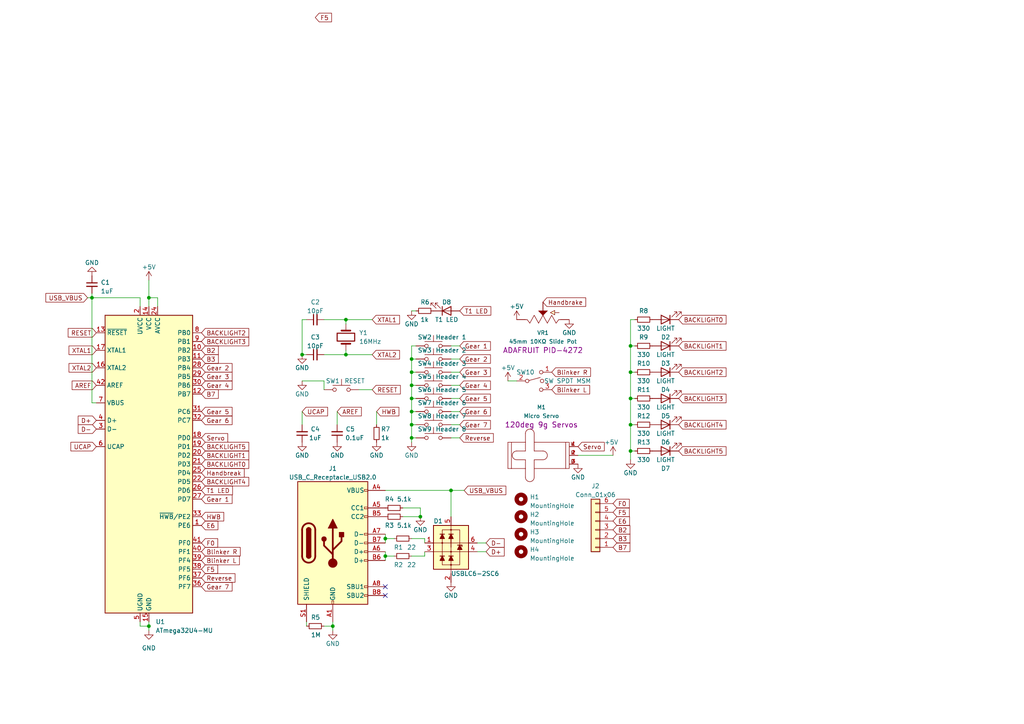
<source format=kicad_sch>
(kicad_sch (version 20230121) (generator eeschema)

  (uuid f182d5ff-8ce6-4037-b4ea-2862e8fb1751)

  (paper "A4")

  (title_block
    (title "USB Racing Sim Addon Board")
    (date "2023-08-03")
    (company "Made by: Shaedil Dider")
  )

  (lib_symbols
    (symbol "Connector:USB_C_Receptacle_USB2.0" (pin_names (offset 1.016)) (in_bom yes) (on_board yes)
      (property "Reference" "J" (at -10.16 19.05 0)
        (effects (font (size 1.27 1.27)) (justify left))
      )
      (property "Value" "USB_C_Receptacle_USB2.0" (at 19.05 19.05 0)
        (effects (font (size 1.27 1.27)) (justify right))
      )
      (property "Footprint" "" (at 3.81 0 0)
        (effects (font (size 1.27 1.27)) hide)
      )
      (property "Datasheet" "https://www.usb.org/sites/default/files/documents/usb_type-c.zip" (at 3.81 0 0)
        (effects (font (size 1.27 1.27)) hide)
      )
      (property "ki_keywords" "usb universal serial bus type-C USB2.0" (at 0 0 0)
        (effects (font (size 1.27 1.27)) hide)
      )
      (property "ki_description" "USB 2.0-only Type-C Receptacle connector" (at 0 0 0)
        (effects (font (size 1.27 1.27)) hide)
      )
      (property "ki_fp_filters" "USB*C*Receptacle*" (at 0 0 0)
        (effects (font (size 1.27 1.27)) hide)
      )
      (symbol "USB_C_Receptacle_USB2.0_0_0"
        (rectangle (start -0.254 -17.78) (end 0.254 -16.764)
          (stroke (width 0) (type default))
          (fill (type none))
        )
        (rectangle (start 10.16 -14.986) (end 9.144 -15.494)
          (stroke (width 0) (type default))
          (fill (type none))
        )
        (rectangle (start 10.16 -12.446) (end 9.144 -12.954)
          (stroke (width 0) (type default))
          (fill (type none))
        )
        (rectangle (start 10.16 -4.826) (end 9.144 -5.334)
          (stroke (width 0) (type default))
          (fill (type none))
        )
        (rectangle (start 10.16 -2.286) (end 9.144 -2.794)
          (stroke (width 0) (type default))
          (fill (type none))
        )
        (rectangle (start 10.16 0.254) (end 9.144 -0.254)
          (stroke (width 0) (type default))
          (fill (type none))
        )
        (rectangle (start 10.16 2.794) (end 9.144 2.286)
          (stroke (width 0) (type default))
          (fill (type none))
        )
        (rectangle (start 10.16 7.874) (end 9.144 7.366)
          (stroke (width 0) (type default))
          (fill (type none))
        )
        (rectangle (start 10.16 10.414) (end 9.144 9.906)
          (stroke (width 0) (type default))
          (fill (type none))
        )
        (rectangle (start 10.16 15.494) (end 9.144 14.986)
          (stroke (width 0) (type default))
          (fill (type none))
        )
      )
      (symbol "USB_C_Receptacle_USB2.0_0_1"
        (rectangle (start -10.16 17.78) (end 10.16 -17.78)
          (stroke (width 0.254) (type default))
          (fill (type background))
        )
        (arc (start -8.89 -3.81) (mid -6.985 -5.7067) (end -5.08 -3.81)
          (stroke (width 0.508) (type default))
          (fill (type none))
        )
        (arc (start -7.62 -3.81) (mid -6.985 -4.4423) (end -6.35 -3.81)
          (stroke (width 0.254) (type default))
          (fill (type none))
        )
        (arc (start -7.62 -3.81) (mid -6.985 -4.4423) (end -6.35 -3.81)
          (stroke (width 0.254) (type default))
          (fill (type outline))
        )
        (rectangle (start -7.62 -3.81) (end -6.35 3.81)
          (stroke (width 0.254) (type default))
          (fill (type outline))
        )
        (arc (start -6.35 3.81) (mid -6.985 4.4423) (end -7.62 3.81)
          (stroke (width 0.254) (type default))
          (fill (type none))
        )
        (arc (start -6.35 3.81) (mid -6.985 4.4423) (end -7.62 3.81)
          (stroke (width 0.254) (type default))
          (fill (type outline))
        )
        (arc (start -5.08 3.81) (mid -6.985 5.7067) (end -8.89 3.81)
          (stroke (width 0.508) (type default))
          (fill (type none))
        )
        (circle (center -2.54 1.143) (radius 0.635)
          (stroke (width 0.254) (type default))
          (fill (type outline))
        )
        (circle (center 0 -5.842) (radius 1.27)
          (stroke (width 0) (type default))
          (fill (type outline))
        )
        (polyline
          (pts
            (xy -8.89 -3.81)
            (xy -8.89 3.81)
          )
          (stroke (width 0.508) (type default))
          (fill (type none))
        )
        (polyline
          (pts
            (xy -5.08 3.81)
            (xy -5.08 -3.81)
          )
          (stroke (width 0.508) (type default))
          (fill (type none))
        )
        (polyline
          (pts
            (xy 0 -5.842)
            (xy 0 4.318)
          )
          (stroke (width 0.508) (type default))
          (fill (type none))
        )
        (polyline
          (pts
            (xy 0 -3.302)
            (xy -2.54 -0.762)
            (xy -2.54 0.508)
          )
          (stroke (width 0.508) (type default))
          (fill (type none))
        )
        (polyline
          (pts
            (xy 0 -2.032)
            (xy 2.54 0.508)
            (xy 2.54 1.778)
          )
          (stroke (width 0.508) (type default))
          (fill (type none))
        )
        (polyline
          (pts
            (xy -1.27 4.318)
            (xy 0 6.858)
            (xy 1.27 4.318)
            (xy -1.27 4.318)
          )
          (stroke (width 0.254) (type default))
          (fill (type outline))
        )
        (rectangle (start 1.905 1.778) (end 3.175 3.048)
          (stroke (width 0.254) (type default))
          (fill (type outline))
        )
      )
      (symbol "USB_C_Receptacle_USB2.0_1_1"
        (pin passive line (at 0 -22.86 90) (length 5.08)
          (name "GND" (effects (font (size 1.27 1.27))))
          (number "A1" (effects (font (size 1.27 1.27))))
        )
        (pin passive line (at 0 -22.86 90) (length 5.08) hide
          (name "GND" (effects (font (size 1.27 1.27))))
          (number "A12" (effects (font (size 1.27 1.27))))
        )
        (pin passive line (at 15.24 15.24 180) (length 5.08)
          (name "VBUS" (effects (font (size 1.27 1.27))))
          (number "A4" (effects (font (size 1.27 1.27))))
        )
        (pin bidirectional line (at 15.24 10.16 180) (length 5.08)
          (name "CC1" (effects (font (size 1.27 1.27))))
          (number "A5" (effects (font (size 1.27 1.27))))
        )
        (pin bidirectional line (at 15.24 -2.54 180) (length 5.08)
          (name "D+" (effects (font (size 1.27 1.27))))
          (number "A6" (effects (font (size 1.27 1.27))))
        )
        (pin bidirectional line (at 15.24 2.54 180) (length 5.08)
          (name "D-" (effects (font (size 1.27 1.27))))
          (number "A7" (effects (font (size 1.27 1.27))))
        )
        (pin bidirectional line (at 15.24 -12.7 180) (length 5.08)
          (name "SBU1" (effects (font (size 1.27 1.27))))
          (number "A8" (effects (font (size 1.27 1.27))))
        )
        (pin passive line (at 15.24 15.24 180) (length 5.08) hide
          (name "VBUS" (effects (font (size 1.27 1.27))))
          (number "A9" (effects (font (size 1.27 1.27))))
        )
        (pin passive line (at 0 -22.86 90) (length 5.08) hide
          (name "GND" (effects (font (size 1.27 1.27))))
          (number "B1" (effects (font (size 1.27 1.27))))
        )
        (pin passive line (at 0 -22.86 90) (length 5.08) hide
          (name "GND" (effects (font (size 1.27 1.27))))
          (number "B12" (effects (font (size 1.27 1.27))))
        )
        (pin passive line (at 15.24 15.24 180) (length 5.08) hide
          (name "VBUS" (effects (font (size 1.27 1.27))))
          (number "B4" (effects (font (size 1.27 1.27))))
        )
        (pin bidirectional line (at 15.24 7.62 180) (length 5.08)
          (name "CC2" (effects (font (size 1.27 1.27))))
          (number "B5" (effects (font (size 1.27 1.27))))
        )
        (pin bidirectional line (at 15.24 -5.08 180) (length 5.08)
          (name "D+" (effects (font (size 1.27 1.27))))
          (number "B6" (effects (font (size 1.27 1.27))))
        )
        (pin bidirectional line (at 15.24 0 180) (length 5.08)
          (name "D-" (effects (font (size 1.27 1.27))))
          (number "B7" (effects (font (size 1.27 1.27))))
        )
        (pin bidirectional line (at 15.24 -15.24 180) (length 5.08)
          (name "SBU2" (effects (font (size 1.27 1.27))))
          (number "B8" (effects (font (size 1.27 1.27))))
        )
        (pin passive line (at 15.24 15.24 180) (length 5.08) hide
          (name "VBUS" (effects (font (size 1.27 1.27))))
          (number "B9" (effects (font (size 1.27 1.27))))
        )
        (pin passive line (at -7.62 -22.86 90) (length 5.08)
          (name "SHIELD" (effects (font (size 1.27 1.27))))
          (number "S1" (effects (font (size 1.27 1.27))))
        )
      )
    )
    (symbol "Connector_Generic:Conn_01x06" (pin_names (offset 1.016) hide) (in_bom yes) (on_board yes)
      (property "Reference" "J" (at 0 7.62 0)
        (effects (font (size 1.27 1.27)))
      )
      (property "Value" "Conn_01x06" (at 0 -10.16 0)
        (effects (font (size 1.27 1.27)))
      )
      (property "Footprint" "" (at 0 0 0)
        (effects (font (size 1.27 1.27)) hide)
      )
      (property "Datasheet" "~" (at 0 0 0)
        (effects (font (size 1.27 1.27)) hide)
      )
      (property "ki_keywords" "connector" (at 0 0 0)
        (effects (font (size 1.27 1.27)) hide)
      )
      (property "ki_description" "Generic connector, single row, 01x06, script generated (kicad-library-utils/schlib/autogen/connector/)" (at 0 0 0)
        (effects (font (size 1.27 1.27)) hide)
      )
      (property "ki_fp_filters" "Connector*:*_1x??_*" (at 0 0 0)
        (effects (font (size 1.27 1.27)) hide)
      )
      (symbol "Conn_01x06_1_1"
        (rectangle (start -1.27 -7.493) (end 0 -7.747)
          (stroke (width 0.1524) (type default))
          (fill (type none))
        )
        (rectangle (start -1.27 -4.953) (end 0 -5.207)
          (stroke (width 0.1524) (type default))
          (fill (type none))
        )
        (rectangle (start -1.27 -2.413) (end 0 -2.667)
          (stroke (width 0.1524) (type default))
          (fill (type none))
        )
        (rectangle (start -1.27 0.127) (end 0 -0.127)
          (stroke (width 0.1524) (type default))
          (fill (type none))
        )
        (rectangle (start -1.27 2.667) (end 0 2.413)
          (stroke (width 0.1524) (type default))
          (fill (type none))
        )
        (rectangle (start -1.27 5.207) (end 0 4.953)
          (stroke (width 0.1524) (type default))
          (fill (type none))
        )
        (rectangle (start -1.27 6.35) (end 1.27 -8.89)
          (stroke (width 0.254) (type default))
          (fill (type background))
        )
        (pin passive line (at -5.08 5.08 0) (length 3.81)
          (name "Pin_1" (effects (font (size 1.27 1.27))))
          (number "1" (effects (font (size 1.27 1.27))))
        )
        (pin passive line (at -5.08 2.54 0) (length 3.81)
          (name "Pin_2" (effects (font (size 1.27 1.27))))
          (number "2" (effects (font (size 1.27 1.27))))
        )
        (pin passive line (at -5.08 0 0) (length 3.81)
          (name "Pin_3" (effects (font (size 1.27 1.27))))
          (number "3" (effects (font (size 1.27 1.27))))
        )
        (pin passive line (at -5.08 -2.54 0) (length 3.81)
          (name "Pin_4" (effects (font (size 1.27 1.27))))
          (number "4" (effects (font (size 1.27 1.27))))
        )
        (pin passive line (at -5.08 -5.08 0) (length 3.81)
          (name "Pin_5" (effects (font (size 1.27 1.27))))
          (number "5" (effects (font (size 1.27 1.27))))
        )
        (pin passive line (at -5.08 -7.62 0) (length 3.81)
          (name "Pin_6" (effects (font (size 1.27 1.27))))
          (number "6" (effects (font (size 1.27 1.27))))
        )
      )
    )
    (symbol "Device:C_Small" (pin_numbers hide) (pin_names (offset 0.254) hide) (in_bom yes) (on_board yes)
      (property "Reference" "C" (at 0.254 1.778 0)
        (effects (font (size 1.27 1.27)) (justify left))
      )
      (property "Value" "C_Small" (at 0.254 -2.032 0)
        (effects (font (size 1.27 1.27)) (justify left))
      )
      (property "Footprint" "" (at 0 0 0)
        (effects (font (size 1.27 1.27)) hide)
      )
      (property "Datasheet" "~" (at 0 0 0)
        (effects (font (size 1.27 1.27)) hide)
      )
      (property "ki_keywords" "capacitor cap" (at 0 0 0)
        (effects (font (size 1.27 1.27)) hide)
      )
      (property "ki_description" "Unpolarized capacitor, small symbol" (at 0 0 0)
        (effects (font (size 1.27 1.27)) hide)
      )
      (property "ki_fp_filters" "C_*" (at 0 0 0)
        (effects (font (size 1.27 1.27)) hide)
      )
      (symbol "C_Small_0_1"
        (polyline
          (pts
            (xy -1.524 -0.508)
            (xy 1.524 -0.508)
          )
          (stroke (width 0.3302) (type default))
          (fill (type none))
        )
        (polyline
          (pts
            (xy -1.524 0.508)
            (xy 1.524 0.508)
          )
          (stroke (width 0.3048) (type default))
          (fill (type none))
        )
      )
      (symbol "C_Small_1_1"
        (pin passive line (at 0 2.54 270) (length 2.032)
          (name "~" (effects (font (size 1.27 1.27))))
          (number "1" (effects (font (size 1.27 1.27))))
        )
        (pin passive line (at 0 -2.54 90) (length 2.032)
          (name "~" (effects (font (size 1.27 1.27))))
          (number "2" (effects (font (size 1.27 1.27))))
        )
      )
    )
    (symbol "Device:Crystal" (pin_numbers hide) (pin_names (offset 1.016) hide) (in_bom yes) (on_board yes)
      (property "Reference" "Y" (at 0 3.81 0)
        (effects (font (size 1.27 1.27)))
      )
      (property "Value" "Crystal" (at 0 -3.81 0)
        (effects (font (size 1.27 1.27)))
      )
      (property "Footprint" "" (at 0 0 0)
        (effects (font (size 1.27 1.27)) hide)
      )
      (property "Datasheet" "~" (at 0 0 0)
        (effects (font (size 1.27 1.27)) hide)
      )
      (property "ki_keywords" "quartz ceramic resonator oscillator" (at 0 0 0)
        (effects (font (size 1.27 1.27)) hide)
      )
      (property "ki_description" "Two pin crystal" (at 0 0 0)
        (effects (font (size 1.27 1.27)) hide)
      )
      (property "ki_fp_filters" "Crystal*" (at 0 0 0)
        (effects (font (size 1.27 1.27)) hide)
      )
      (symbol "Crystal_0_1"
        (rectangle (start -1.143 2.54) (end 1.143 -2.54)
          (stroke (width 0.3048) (type default))
          (fill (type none))
        )
        (polyline
          (pts
            (xy -2.54 0)
            (xy -1.905 0)
          )
          (stroke (width 0) (type default))
          (fill (type none))
        )
        (polyline
          (pts
            (xy -1.905 -1.27)
            (xy -1.905 1.27)
          )
          (stroke (width 0.508) (type default))
          (fill (type none))
        )
        (polyline
          (pts
            (xy 1.905 -1.27)
            (xy 1.905 1.27)
          )
          (stroke (width 0.508) (type default))
          (fill (type none))
        )
        (polyline
          (pts
            (xy 2.54 0)
            (xy 1.905 0)
          )
          (stroke (width 0) (type default))
          (fill (type none))
        )
      )
      (symbol "Crystal_1_1"
        (pin passive line (at -3.81 0 0) (length 1.27)
          (name "1" (effects (font (size 1.27 1.27))))
          (number "1" (effects (font (size 1.27 1.27))))
        )
        (pin passive line (at 3.81 0 180) (length 1.27)
          (name "2" (effects (font (size 1.27 1.27))))
          (number "2" (effects (font (size 1.27 1.27))))
        )
      )
    )
    (symbol "Device:LED" (pin_numbers hide) (pin_names (offset 1.016) hide) (in_bom yes) (on_board yes)
      (property "Reference" "D" (at 0 2.54 0)
        (effects (font (size 1.27 1.27)))
      )
      (property "Value" "LED" (at 0 -2.54 0)
        (effects (font (size 1.27 1.27)))
      )
      (property "Footprint" "" (at 0 0 0)
        (effects (font (size 1.27 1.27)) hide)
      )
      (property "Datasheet" "~" (at 0 0 0)
        (effects (font (size 1.27 1.27)) hide)
      )
      (property "ki_keywords" "LED diode" (at 0 0 0)
        (effects (font (size 1.27 1.27)) hide)
      )
      (property "ki_description" "Light emitting diode" (at 0 0 0)
        (effects (font (size 1.27 1.27)) hide)
      )
      (property "ki_fp_filters" "LED* LED_SMD:* LED_THT:*" (at 0 0 0)
        (effects (font (size 1.27 1.27)) hide)
      )
      (symbol "LED_0_1"
        (polyline
          (pts
            (xy -1.27 -1.27)
            (xy -1.27 1.27)
          )
          (stroke (width 0.254) (type default))
          (fill (type none))
        )
        (polyline
          (pts
            (xy -1.27 0)
            (xy 1.27 0)
          )
          (stroke (width 0) (type default))
          (fill (type none))
        )
        (polyline
          (pts
            (xy 1.27 -1.27)
            (xy 1.27 1.27)
            (xy -1.27 0)
            (xy 1.27 -1.27)
          )
          (stroke (width 0.254) (type default))
          (fill (type none))
        )
        (polyline
          (pts
            (xy -3.048 -0.762)
            (xy -4.572 -2.286)
            (xy -3.81 -2.286)
            (xy -4.572 -2.286)
            (xy -4.572 -1.524)
          )
          (stroke (width 0) (type default))
          (fill (type none))
        )
        (polyline
          (pts
            (xy -1.778 -0.762)
            (xy -3.302 -2.286)
            (xy -2.54 -2.286)
            (xy -3.302 -2.286)
            (xy -3.302 -1.524)
          )
          (stroke (width 0) (type default))
          (fill (type none))
        )
      )
      (symbol "LED_1_1"
        (pin passive line (at -3.81 0 0) (length 2.54)
          (name "K" (effects (font (size 1.27 1.27))))
          (number "1" (effects (font (size 1.27 1.27))))
        )
        (pin passive line (at 3.81 0 180) (length 2.54)
          (name "A" (effects (font (size 1.27 1.27))))
          (number "2" (effects (font (size 1.27 1.27))))
        )
      )
    )
    (symbol "Device:R_Small" (pin_numbers hide) (pin_names (offset 0.254) hide) (in_bom yes) (on_board yes)
      (property "Reference" "R" (at 0.762 0.508 0)
        (effects (font (size 1.27 1.27)) (justify left))
      )
      (property "Value" "R_Small" (at 0.762 -1.016 0)
        (effects (font (size 1.27 1.27)) (justify left))
      )
      (property "Footprint" "" (at 0 0 0)
        (effects (font (size 1.27 1.27)) hide)
      )
      (property "Datasheet" "~" (at 0 0 0)
        (effects (font (size 1.27 1.27)) hide)
      )
      (property "ki_keywords" "R resistor" (at 0 0 0)
        (effects (font (size 1.27 1.27)) hide)
      )
      (property "ki_description" "Resistor, small symbol" (at 0 0 0)
        (effects (font (size 1.27 1.27)) hide)
      )
      (property "ki_fp_filters" "R_*" (at 0 0 0)
        (effects (font (size 1.27 1.27)) hide)
      )
      (symbol "R_Small_0_1"
        (rectangle (start -0.762 1.778) (end 0.762 -1.778)
          (stroke (width 0.2032) (type default))
          (fill (type none))
        )
      )
      (symbol "R_Small_1_1"
        (pin passive line (at 0 2.54 270) (length 0.762)
          (name "~" (effects (font (size 1.27 1.27))))
          (number "1" (effects (font (size 1.27 1.27))))
        )
        (pin passive line (at 0 -2.54 90) (length 0.762)
          (name "~" (effects (font (size 1.27 1.27))))
          (number "2" (effects (font (size 1.27 1.27))))
        )
      )
    )
    (symbol "MCU_Microchip_ATmega:ATmega32U4-A" (in_bom yes) (on_board yes)
      (property "Reference" "U" (at -12.7 44.45 0)
        (effects (font (size 1.27 1.27)) (justify left bottom))
      )
      (property "Value" "ATmega32U4-A" (at 2.54 -44.45 0)
        (effects (font (size 1.27 1.27)) (justify left top))
      )
      (property "Footprint" "Package_QFP:TQFP-44_10x10mm_P0.8mm" (at 0 0 0)
        (effects (font (size 1.27 1.27) italic) hide)
      )
      (property "Datasheet" "http://ww1.microchip.com/downloads/en/DeviceDoc/Atmel-7766-8-bit-AVR-ATmega16U4-32U4_Datasheet.pdf" (at 0 0 0)
        (effects (font (size 1.27 1.27)) hide)
      )
      (property "ki_keywords" "AVR 8bit Microcontroller MegaAVR USB" (at 0 0 0)
        (effects (font (size 1.27 1.27)) hide)
      )
      (property "ki_description" "16MHz, 32kB Flash, 2.5kB SRAM, 1kB EEPROM, USB 2.0, TQFP-44" (at 0 0 0)
        (effects (font (size 1.27 1.27)) hide)
      )
      (property "ki_fp_filters" "TQFP*10x10mm*P0.8mm*" (at 0 0 0)
        (effects (font (size 1.27 1.27)) hide)
      )
      (symbol "ATmega32U4-A_0_1"
        (rectangle (start -12.7 -43.18) (end 12.7 43.18)
          (stroke (width 0.254) (type default))
          (fill (type background))
        )
      )
      (symbol "ATmega32U4-A_1_1"
        (pin bidirectional line (at 15.24 -17.78 180) (length 2.54)
          (name "PE6" (effects (font (size 1.27 1.27))))
          (number "1" (effects (font (size 1.27 1.27))))
        )
        (pin bidirectional line (at 15.24 33.02 180) (length 2.54)
          (name "PB2" (effects (font (size 1.27 1.27))))
          (number "10" (effects (font (size 1.27 1.27))))
        )
        (pin bidirectional line (at 15.24 30.48 180) (length 2.54)
          (name "PB3" (effects (font (size 1.27 1.27))))
          (number "11" (effects (font (size 1.27 1.27))))
        )
        (pin bidirectional line (at 15.24 20.32 180) (length 2.54)
          (name "PB7" (effects (font (size 1.27 1.27))))
          (number "12" (effects (font (size 1.27 1.27))))
        )
        (pin input line (at -15.24 38.1 0) (length 2.54)
          (name "~{RESET}" (effects (font (size 1.27 1.27))))
          (number "13" (effects (font (size 1.27 1.27))))
        )
        (pin power_in line (at 0 45.72 270) (length 2.54)
          (name "VCC" (effects (font (size 1.27 1.27))))
          (number "14" (effects (font (size 1.27 1.27))))
        )
        (pin power_in line (at 0 -45.72 90) (length 2.54)
          (name "GND" (effects (font (size 1.27 1.27))))
          (number "15" (effects (font (size 1.27 1.27))))
        )
        (pin output line (at -15.24 27.94 0) (length 2.54)
          (name "XTAL2" (effects (font (size 1.27 1.27))))
          (number "16" (effects (font (size 1.27 1.27))))
        )
        (pin input line (at -15.24 33.02 0) (length 2.54)
          (name "XTAL1" (effects (font (size 1.27 1.27))))
          (number "17" (effects (font (size 1.27 1.27))))
        )
        (pin bidirectional line (at 15.24 7.62 180) (length 2.54)
          (name "PD0" (effects (font (size 1.27 1.27))))
          (number "18" (effects (font (size 1.27 1.27))))
        )
        (pin bidirectional line (at 15.24 5.08 180) (length 2.54)
          (name "PD1" (effects (font (size 1.27 1.27))))
          (number "19" (effects (font (size 1.27 1.27))))
        )
        (pin power_in line (at -2.54 45.72 270) (length 2.54)
          (name "UVCC" (effects (font (size 1.27 1.27))))
          (number "2" (effects (font (size 1.27 1.27))))
        )
        (pin bidirectional line (at 15.24 2.54 180) (length 2.54)
          (name "PD2" (effects (font (size 1.27 1.27))))
          (number "20" (effects (font (size 1.27 1.27))))
        )
        (pin bidirectional line (at 15.24 0 180) (length 2.54)
          (name "PD3" (effects (font (size 1.27 1.27))))
          (number "21" (effects (font (size 1.27 1.27))))
        )
        (pin bidirectional line (at 15.24 -5.08 180) (length 2.54)
          (name "PD5" (effects (font (size 1.27 1.27))))
          (number "22" (effects (font (size 1.27 1.27))))
        )
        (pin passive line (at 0 -45.72 90) (length 2.54) hide
          (name "GND" (effects (font (size 1.27 1.27))))
          (number "23" (effects (font (size 1.27 1.27))))
        )
        (pin power_in line (at 2.54 45.72 270) (length 2.54)
          (name "AVCC" (effects (font (size 1.27 1.27))))
          (number "24" (effects (font (size 1.27 1.27))))
        )
        (pin bidirectional line (at 15.24 -2.54 180) (length 2.54)
          (name "PD4" (effects (font (size 1.27 1.27))))
          (number "25" (effects (font (size 1.27 1.27))))
        )
        (pin bidirectional line (at 15.24 -7.62 180) (length 2.54)
          (name "PD6" (effects (font (size 1.27 1.27))))
          (number "26" (effects (font (size 1.27 1.27))))
        )
        (pin bidirectional line (at 15.24 -10.16 180) (length 2.54)
          (name "PD7" (effects (font (size 1.27 1.27))))
          (number "27" (effects (font (size 1.27 1.27))))
        )
        (pin bidirectional line (at 15.24 27.94 180) (length 2.54)
          (name "PB4" (effects (font (size 1.27 1.27))))
          (number "28" (effects (font (size 1.27 1.27))))
        )
        (pin bidirectional line (at 15.24 25.4 180) (length 2.54)
          (name "PB5" (effects (font (size 1.27 1.27))))
          (number "29" (effects (font (size 1.27 1.27))))
        )
        (pin bidirectional line (at -15.24 10.16 0) (length 2.54)
          (name "D-" (effects (font (size 1.27 1.27))))
          (number "3" (effects (font (size 1.27 1.27))))
        )
        (pin bidirectional line (at 15.24 22.86 180) (length 2.54)
          (name "PB6" (effects (font (size 1.27 1.27))))
          (number "30" (effects (font (size 1.27 1.27))))
        )
        (pin bidirectional line (at 15.24 15.24 180) (length 2.54)
          (name "PC6" (effects (font (size 1.27 1.27))))
          (number "31" (effects (font (size 1.27 1.27))))
        )
        (pin bidirectional line (at 15.24 12.7 180) (length 2.54)
          (name "PC7" (effects (font (size 1.27 1.27))))
          (number "32" (effects (font (size 1.27 1.27))))
        )
        (pin bidirectional line (at 15.24 -15.24 180) (length 2.54)
          (name "~{HWB}/PE2" (effects (font (size 1.27 1.27))))
          (number "33" (effects (font (size 1.27 1.27))))
        )
        (pin passive line (at 0 45.72 270) (length 2.54) hide
          (name "VCC" (effects (font (size 1.27 1.27))))
          (number "34" (effects (font (size 1.27 1.27))))
        )
        (pin passive line (at 0 -45.72 90) (length 2.54) hide
          (name "GND" (effects (font (size 1.27 1.27))))
          (number "35" (effects (font (size 1.27 1.27))))
        )
        (pin bidirectional line (at 15.24 -35.56 180) (length 2.54)
          (name "PF7" (effects (font (size 1.27 1.27))))
          (number "36" (effects (font (size 1.27 1.27))))
        )
        (pin bidirectional line (at 15.24 -33.02 180) (length 2.54)
          (name "PF6" (effects (font (size 1.27 1.27))))
          (number "37" (effects (font (size 1.27 1.27))))
        )
        (pin bidirectional line (at 15.24 -30.48 180) (length 2.54)
          (name "PF5" (effects (font (size 1.27 1.27))))
          (number "38" (effects (font (size 1.27 1.27))))
        )
        (pin bidirectional line (at 15.24 -27.94 180) (length 2.54)
          (name "PF4" (effects (font (size 1.27 1.27))))
          (number "39" (effects (font (size 1.27 1.27))))
        )
        (pin bidirectional line (at -15.24 12.7 0) (length 2.54)
          (name "D+" (effects (font (size 1.27 1.27))))
          (number "4" (effects (font (size 1.27 1.27))))
        )
        (pin bidirectional line (at 15.24 -25.4 180) (length 2.54)
          (name "PF1" (effects (font (size 1.27 1.27))))
          (number "40" (effects (font (size 1.27 1.27))))
        )
        (pin bidirectional line (at 15.24 -22.86 180) (length 2.54)
          (name "PF0" (effects (font (size 1.27 1.27))))
          (number "41" (effects (font (size 1.27 1.27))))
        )
        (pin passive line (at -15.24 22.86 0) (length 2.54)
          (name "AREF" (effects (font (size 1.27 1.27))))
          (number "42" (effects (font (size 1.27 1.27))))
        )
        (pin passive line (at 0 -45.72 90) (length 2.54) hide
          (name "GND" (effects (font (size 1.27 1.27))))
          (number "43" (effects (font (size 1.27 1.27))))
        )
        (pin passive line (at 2.54 45.72 270) (length 2.54) hide
          (name "AVCC" (effects (font (size 1.27 1.27))))
          (number "44" (effects (font (size 1.27 1.27))))
        )
        (pin passive line (at -2.54 -45.72 90) (length 2.54)
          (name "UGND" (effects (font (size 1.27 1.27))))
          (number "5" (effects (font (size 1.27 1.27))))
        )
        (pin passive line (at -15.24 5.08 0) (length 2.54)
          (name "UCAP" (effects (font (size 1.27 1.27))))
          (number "6" (effects (font (size 1.27 1.27))))
        )
        (pin input line (at -15.24 17.78 0) (length 2.54)
          (name "VBUS" (effects (font (size 1.27 1.27))))
          (number "7" (effects (font (size 1.27 1.27))))
        )
        (pin bidirectional line (at 15.24 38.1 180) (length 2.54)
          (name "PB0" (effects (font (size 1.27 1.27))))
          (number "8" (effects (font (size 1.27 1.27))))
        )
        (pin bidirectional line (at 15.24 35.56 180) (length 2.54)
          (name "PB1" (effects (font (size 1.27 1.27))))
          (number "9" (effects (font (size 1.27 1.27))))
        )
      )
    )
    (symbol "Mechanical:MountingHole" (pin_names (offset 1.016)) (in_bom yes) (on_board yes)
      (property "Reference" "H" (at 0 5.08 0)
        (effects (font (size 1.27 1.27)))
      )
      (property "Value" "MountingHole" (at 0 3.175 0)
        (effects (font (size 1.27 1.27)))
      )
      (property "Footprint" "" (at 0 0 0)
        (effects (font (size 1.27 1.27)) hide)
      )
      (property "Datasheet" "~" (at 0 0 0)
        (effects (font (size 1.27 1.27)) hide)
      )
      (property "ki_keywords" "mounting hole" (at 0 0 0)
        (effects (font (size 1.27 1.27)) hide)
      )
      (property "ki_description" "Mounting Hole without connection" (at 0 0 0)
        (effects (font (size 1.27 1.27)) hide)
      )
      (property "ki_fp_filters" "MountingHole*" (at 0 0 0)
        (effects (font (size 1.27 1.27)) hide)
      )
      (symbol "MountingHole_0_1"
        (circle (center 0 0) (radius 1.27)
          (stroke (width 1.27) (type default))
          (fill (type none))
        )
      )
    )
    (symbol "PCM_4ms_Power-symbol:+5V" (power) (pin_names (offset 0)) (in_bom yes) (on_board yes)
      (property "Reference" "#PWR" (at 0 -3.81 0)
        (effects (font (size 1.27 1.27)) hide)
      )
      (property "Value" "+5V" (at 0 3.556 0)
        (effects (font (size 1.27 1.27)))
      )
      (property "Footprint" "" (at 0 0 0)
        (effects (font (size 1.27 1.27)) hide)
      )
      (property "Datasheet" "" (at 0 0 0)
        (effects (font (size 1.27 1.27)) hide)
      )
      (symbol "+5V_0_1"
        (polyline
          (pts
            (xy -0.762 1.27)
            (xy 0 2.54)
          )
          (stroke (width 0) (type default))
          (fill (type none))
        )
        (polyline
          (pts
            (xy 0 0)
            (xy 0 2.54)
          )
          (stroke (width 0) (type default))
          (fill (type none))
        )
        (polyline
          (pts
            (xy 0 2.54)
            (xy 0.762 1.27)
          )
          (stroke (width 0) (type default))
          (fill (type none))
        )
      )
      (symbol "+5V_1_1"
        (pin power_in line (at 0 0 90) (length 0) hide
          (name "+5V" (effects (font (size 1.27 1.27))))
          (number "1" (effects (font (size 1.27 1.27))))
        )
      )
    )
    (symbol "PCM_4ms_Power-symbol:GND" (power) (pin_names (offset 0)) (in_bom yes) (on_board yes)
      (property "Reference" "#PWR" (at 0 -6.35 0)
        (effects (font (size 1.27 1.27)) hide)
      )
      (property "Value" "GND" (at 0 -3.81 0)
        (effects (font (size 1.27 1.27)))
      )
      (property "Footprint" "" (at 0 0 0)
        (effects (font (size 1.27 1.27)) hide)
      )
      (property "Datasheet" "" (at 0 0 0)
        (effects (font (size 1.27 1.27)) hide)
      )
      (symbol "GND_0_1"
        (polyline
          (pts
            (xy 0 0)
            (xy 0 -1.27)
            (xy 1.27 -1.27)
            (xy 0 -2.54)
            (xy -1.27 -1.27)
            (xy 0 -1.27)
          )
          (stroke (width 0) (type default))
          (fill (type none))
        )
      )
      (symbol "GND_1_1"
        (pin power_in line (at 0 0 270) (length 0) hide
          (name "GND" (effects (font (size 1.27 1.27))))
          (number "1" (effects (font (size 1.27 1.27))))
        )
      )
    )
    (symbol "PCM_Diode_TVS_AKL:USBLC6-2SC6" (pin_names (offset 1.016) hide) (in_bom yes) (on_board yes)
      (property "Reference" "D" (at 6.35 6.35 0)
        (effects (font (size 1.27 1.27)) (justify left))
      )
      (property "Value" "USBLC6-2SC6" (at 6.35 3.81 0)
        (effects (font (size 1.27 1.27)) (justify left))
      )
      (property "Footprint" "Package_TO_SOT_SMD_AKL:SOT-23-6" (at 0 0 0)
        (effects (font (size 1.27 1.27)) hide)
      )
      (property "Datasheet" "https://www.tme.eu/Document/db59d28d28a96c34f26d05f234ff409c/USBLC6-2.pdf" (at 0 0 0)
        (effects (font (size 1.27 1.27)) hide)
      )
      (property "ki_keywords" "diode TVS array USBLC6-2" (at 0 0 0)
        (effects (font (size 1.27 1.27)) hide)
      )
      (property "ki_description" "SOT-23-6 TVS Diode Array, 2 protected lines, positive connection, 5.25V, Alternate KiCAD Library" (at 0 0 0)
        (effects (font (size 1.27 1.27)) hide)
      )
      (property "ki_fp_filters" "TO-???* *_Diode_* *SingleDiode* D_*" (at 0 0 0)
        (effects (font (size 1.27 1.27)) hide)
      )
      (symbol "USBLC6-2SC6_0_1"
        (rectangle (start -5.08 5.08) (end 5.08 -7.62)
          (stroke (width 0.254) (type default))
          (fill (type background))
        )
        (polyline
          (pts
            (xy -5.08 -2.54)
            (xy 5.08 -2.54)
          )
          (stroke (width 0) (type default))
          (fill (type none))
        )
        (polyline
          (pts
            (xy -5.08 0)
            (xy 5.08 0)
          )
          (stroke (width 0) (type default))
          (fill (type none))
        )
        (polyline
          (pts
            (xy -2.54 -6.35)
            (xy -2.54 1.27)
          )
          (stroke (width 0) (type default))
          (fill (type none))
        )
        (polyline
          (pts
            (xy -1.905 -3.81)
            (xy -3.175 -3.81)
          )
          (stroke (width 0.254) (type default))
          (fill (type none))
        )
        (polyline
          (pts
            (xy -1.905 2.54)
            (xy -3.175 2.54)
          )
          (stroke (width 0.254) (type default))
          (fill (type none))
        )
        (polyline
          (pts
            (xy 0 -8.89)
            (xy 0 -7.62)
          )
          (stroke (width 0) (type default))
          (fill (type none))
        )
        (polyline
          (pts
            (xy 0 -7.62)
            (xy 0 -6.35)
          )
          (stroke (width 0) (type default))
          (fill (type none))
        )
        (polyline
          (pts
            (xy 0 -1.27)
            (xy 0 1.27)
          )
          (stroke (width 0) (type default))
          (fill (type none))
        )
        (polyline
          (pts
            (xy 0 1.27)
            (xy 0 -3.81)
          )
          (stroke (width 0) (type default))
          (fill (type none))
        )
        (polyline
          (pts
            (xy 0 2.54)
            (xy 0 3.81)
          )
          (stroke (width 0) (type default))
          (fill (type none))
        )
        (polyline
          (pts
            (xy 0 5.08)
            (xy 0 3.81)
          )
          (stroke (width 0) (type default))
          (fill (type none))
        )
        (polyline
          (pts
            (xy 0.635 -3.81)
            (xy -0.635 -3.81)
          )
          (stroke (width 0.254) (type default))
          (fill (type none))
        )
        (polyline
          (pts
            (xy 0.635 2.54)
            (xy -0.635 2.54)
          )
          (stroke (width 0.254) (type default))
          (fill (type none))
        )
        (polyline
          (pts
            (xy 3.175 -0.635)
            (xy 1.905 -0.635)
          )
          (stroke (width 0.254) (type default))
          (fill (type none))
        )
        (polyline
          (pts
            (xy -2.54 -6.35)
            (xy -2.54 -6.35)
            (xy 2.54 -6.35)
            (xy 2.54 -3.175)
          )
          (stroke (width 0) (type default))
          (fill (type none))
        )
        (polyline
          (pts
            (xy -2.54 -3.81)
            (xy -1.905 -5.08)
            (xy -3.175 -5.08)
            (xy -2.54 -3.81)
          )
          (stroke (width 0.254) (type default))
          (fill (type outline))
        )
        (polyline
          (pts
            (xy -2.54 2.54)
            (xy -1.905 1.27)
            (xy -3.175 1.27)
            (xy -2.54 2.54)
          )
          (stroke (width 0.254) (type default))
          (fill (type outline))
        )
        (polyline
          (pts
            (xy 0 -3.81)
            (xy 0.635 -5.08)
            (xy -0.635 -5.08)
            (xy 0 -3.81)
          )
          (stroke (width 0.254) (type default))
          (fill (type outline))
        )
        (polyline
          (pts
            (xy 0 2.54)
            (xy 0.635 1.27)
            (xy -0.635 1.27)
            (xy 0 2.54)
          )
          (stroke (width 0.254) (type default))
          (fill (type outline))
        )
        (polyline
          (pts
            (xy 2.54 -0.635)
            (xy 2.54 3.81)
            (xy -2.54 3.81)
            (xy -2.54 2.54)
          )
          (stroke (width 0) (type default))
          (fill (type none))
        )
        (polyline
          (pts
            (xy 2.54 -0.635)
            (xy 3.175 -1.905)
            (xy 1.905 -1.905)
            (xy 2.54 -0.635)
          )
          (stroke (width 0.254) (type default))
          (fill (type outline))
        )
      )
      (symbol "USBLC6-2SC6_1_1"
        (circle (center -2.54 0) (radius 0.1778)
          (stroke (width 0) (type default))
          (fill (type outline))
        )
        (circle (center 0 -6.35) (radius 0.1778)
          (stroke (width 0) (type default))
          (fill (type outline))
        )
        (circle (center 0 -2.54) (radius 0.1778)
          (stroke (width 0) (type default))
          (fill (type outline))
        )
        (polyline
          (pts
            (xy 0 -6.35)
            (xy 0 -3.81)
          )
          (stroke (width 0) (type default))
          (fill (type none))
        )
        (polyline
          (pts
            (xy 0 0)
            (xy 0 2.54)
          )
          (stroke (width 0) (type default))
          (fill (type none))
        )
        (polyline
          (pts
            (xy 2.54 -3.175)
            (xy 2.54 -0.635)
          )
          (stroke (width 0) (type default))
          (fill (type none))
        )
        (polyline
          (pts
            (xy 3.175 -0.635)
            (xy 3.175 -1.016)
          )
          (stroke (width 0.254) (type default))
          (fill (type none))
        )
        (circle (center 0 3.81) (radius 0.1778)
          (stroke (width 0) (type default))
          (fill (type outline))
        )
        (pin passive line (at -7.62 0 0) (length 2.54)
          (name "L1" (effects (font (size 1.27 1.27))))
          (number "1" (effects (font (size 1.27 1.27))))
        )
        (pin passive line (at 0 -11.43 90) (length 2.54)
          (name "VN" (effects (font (size 1.27 1.27))))
          (number "2" (effects (font (size 1.27 1.27))))
        )
        (pin passive line (at -7.62 -2.54 0) (length 2.54)
          (name "L2" (effects (font (size 1.27 1.27))))
          (number "3" (effects (font (size 1.27 1.27))))
        )
        (pin passive line (at 7.62 -2.54 180) (length 2.54)
          (name "L2" (effects (font (size 1.27 1.27))))
          (number "4" (effects (font (size 1.27 1.27))))
        )
        (pin passive line (at 0 7.62 270) (length 2.54)
          (name "VP" (effects (font (size 1.27 1.27))))
          (number "5" (effects (font (size 1.27 1.27))))
        )
        (pin passive line (at 7.62 0 180) (length 2.54)
          (name "L1" (effects (font (size 1.27 1.27))))
          (number "6" (effects (font (size 1.27 1.27))))
        )
      )
    )
    (symbol "SparkFun-Electromechanical:SERVO" (pin_names (offset 1.016) hide) (in_bom yes) (on_board yes)
      (property "Reference" "M" (at -8.89 2.54 0)
        (effects (font (size 1.143 1.143)) (justify left bottom))
      )
      (property "Value" "SERVO" (at -8.89 -8.89 0)
        (effects (font (size 1.143 1.143)) (justify left bottom))
      )
      (property "Footprint" "1X03" (at 0 5.08 0)
        (effects (font (size 0.508 0.508)) hide)
      )
      (property "Datasheet" "" (at 0 0 0)
        (effects (font (size 1.27 1.27)) hide)
      )
      (property "Field4" "XXX-00000" (at 0 6.35 0)
        (effects (font (size 1.524 1.524)))
      )
      (property "ki_locked" "" (at 0 0 0)
        (effects (font (size 1.27 1.27)))
      )
      (property "ki_keywords" "PROD_ID:XXX-00000" (at 0 0 0)
        (effects (font (size 1.27 1.27)) hide)
      )
      (property "ki_description" "Servo Motor 3-pin connector for a standard servo motor (voltage supply, ground, and control signal.) <h4>SparkFun Products</h4><ul><li><a href=\"https://www.sparkfun.com/products/9065\">Servo - Generic (Sub-Micro Size)</a> (ROB-09065)</li><li><a href=\"https://www.sparkfun.com/products/9347\">Servo - Generic High Torque Continuous Rotation (Standard Size)</a> (ROB-09347)</li><li><a href=\"https://www.sparkfun.com/products/11965\">Servo - Generic High Torque (Standard Size)</a> (ROB-11965)</li>" (at 0 0 0)
        (effects (font (size 1.27 1.27)) hide)
      )
      (property "ki_fp_filters" "*1X03*" (at 0 0 0)
        (effects (font (size 1.27 1.27)) hide)
      )
      (symbol "SERVO_1_0"
        (polyline
          (pts
            (xy -17.78 -6.35)
            (xy -16.764 -6.35)
          )
          (stroke (width 0) (type default))
          (fill (type none))
        )
        (polyline
          (pts
            (xy -17.78 1.27)
            (xy -17.78 -6.35)
          )
          (stroke (width 0) (type default))
          (fill (type none))
        )
        (polyline
          (pts
            (xy -16.764 -6.35)
            (xy -12.7 -6.35)
          )
          (stroke (width 0) (type default))
          (fill (type none))
        )
        (polyline
          (pts
            (xy -16.764 1.27)
            (xy -17.78 1.27)
          )
          (stroke (width 0) (type default))
          (fill (type none))
        )
        (polyline
          (pts
            (xy -16.764 1.27)
            (xy -16.764 -6.35)
          )
          (stroke (width 0) (type default))
          (fill (type none))
        )
        (polyline
          (pts
            (xy -15.24 -3.81)
            (xy -12.7 -3.81)
          )
          (stroke (width 0) (type default))
          (fill (type none))
        )
        (polyline
          (pts
            (xy -15.24 -1.27)
            (xy -12.7 -1.27)
          )
          (stroke (width 0) (type default))
          (fill (type none))
        )
        (polyline
          (pts
            (xy -12.7 -6.35)
            (xy -12.7 -8.89)
          )
          (stroke (width 0) (type default))
          (fill (type none))
        )
        (polyline
          (pts
            (xy -12.7 -3.81)
            (xy -12.7 -6.35)
          )
          (stroke (width 0) (type default))
          (fill (type none))
        )
        (polyline
          (pts
            (xy -12.7 -1.27)
            (xy -12.7 1.27)
          )
          (stroke (width 0) (type default))
          (fill (type none))
        )
        (polyline
          (pts
            (xy -12.7 1.27)
            (xy -16.764 1.27)
          )
          (stroke (width 0) (type default))
          (fill (type none))
        )
        (polyline
          (pts
            (xy -12.7 1.27)
            (xy -12.7 3.81)
          )
          (stroke (width 0) (type default))
          (fill (type none))
        )
        (polyline
          (pts
            (xy -10.16 -6.35)
            (xy -10.16 -8.89)
          )
          (stroke (width 0) (type default))
          (fill (type none))
        )
        (polyline
          (pts
            (xy -10.16 -6.35)
            (xy -1.016 -6.35)
          )
          (stroke (width 0) (type default))
          (fill (type none))
        )
        (polyline
          (pts
            (xy -10.16 -3.81)
            (xy -10.16 -6.35)
          )
          (stroke (width 0) (type default))
          (fill (type none))
        )
        (polyline
          (pts
            (xy -10.16 -1.27)
            (xy -7.62 -1.27)
          )
          (stroke (width 0) (type default))
          (fill (type none))
        )
        (polyline
          (pts
            (xy -10.16 1.27)
            (xy -10.16 -1.27)
          )
          (stroke (width 0) (type default))
          (fill (type none))
        )
        (polyline
          (pts
            (xy -10.16 3.81)
            (xy -10.16 1.27)
          )
          (stroke (width 0) (type default))
          (fill (type none))
        )
        (polyline
          (pts
            (xy -7.62 -3.81)
            (xy -10.16 -3.81)
          )
          (stroke (width 0) (type default))
          (fill (type none))
        )
        (polyline
          (pts
            (xy -1.016 1.27)
            (xy -10.16 1.27)
          )
          (stroke (width 0) (type default))
          (fill (type none))
        )
        (text "B" (at 0.9906 -4.318 0)
          (effects (font (size 1.016 1.016)))
        )
        (text "R" (at 0.9906 -1.778 0)
          (effects (font (size 1.016 1.016)))
        )
        (text "W" (at 0.9906 0.762 0)
          (effects (font (size 1.016 1.016)))
        )
      )
      (symbol "SERVO_1_1"
        (arc (start -15.24 -1.27) (mid -16.5045 -2.54) (end -15.24 -3.81)
          (stroke (width 0) (type default))
          (fill (type none))
        )
        (arc (start -12.7 -8.89) (mid -11.43 -10.1545) (end -10.16 -8.89)
          (stroke (width 0) (type default))
          (fill (type none))
        )
        (arc (start -10.16 3.81) (mid -11.43 5.0745) (end -12.7 3.81)
          (stroke (width 0) (type default))
          (fill (type none))
        )
        (arc (start -7.62 -3.81) (mid -6.3555 -2.54) (end -7.62 -1.27)
          (stroke (width 0) (type default))
          (fill (type none))
        )
        (polyline
          (pts
            (xy -1.016 1.27)
            (xy -1.016 -6.35)
            (xy 0 -6.35)
            (xy 0 1.27)
            (xy -1.016 1.27)
          )
          (stroke (width 0) (type default))
          (fill (type none))
        )
        (pin bidirectional line (at 2.54 0 180) (length 2.54)
          (name "SIG" (effects (font (size 1.016 1.016))))
          (number "1" (effects (font (size 1.016 1.016))))
        )
        (pin bidirectional line (at 2.54 -2.54 180) (length 2.54)
          (name "V+" (effects (font (size 1.016 1.016))))
          (number "2" (effects (font (size 1.016 1.016))))
        )
        (pin bidirectional line (at 2.54 -5.08 180) (length 2.54)
          (name "GND" (effects (font (size 1.016 1.016))))
          (number "3" (effects (font (size 1.016 1.016))))
        )
      )
    )
    (symbol "SparkFun-Resistors:POTENTIOMETER_SLIDE-60MM-1_2W-20%" (pin_numbers hide) (pin_names (offset 1.016) hide) (in_bom yes) (on_board yes)
      (property "Reference" "VR" (at -1.27 -7.62 90)
        (effects (font (size 1.143 1.143)) (justify left bottom))
      )
      (property "Value" "POTENTIOMETER_SLIDE-60MM-1_2W-20%" (at 5.08 1.27 90)
        (effects (font (size 1.143 1.143)) (justify left bottom))
      )
      (property "Footprint" "SLIDER-XLARGE" (at -3.81 0 90)
        (effects (font (size 0.508 0.508)) hide)
      )
      (property "Datasheet" "" (at 0 0 0)
        (effects (font (size 1.524 1.524)) hide)
      )
      (property "Field4" "RES-09484" (at -5.08 0 90)
        (effects (font (size 1.524 1.524)))
      )
      (property "ki_locked" "" (at 0 0 0)
        (effects (font (size 1.27 1.27)))
      )
      (property "ki_keywords" "PROD_ID:RES-09484" (at 0 0 0)
        (effects (font (size 1.27 1.27)) hide)
      )
      (property "ki_description" "Slide Potentiometer Slide-type potentiometers - pots that are adjusted by sliding a wiper up or down. Commonly found en-masse on sound boards. <h4>Variants</h4><h5>60MM  - <a href=\"https://www.sparkfun.com/products/9119\">Slide Pot - X-Large (10k Linear Taper)</a> (COM-09119)</h5><ul><li>10k linear slide pot with 60mm travel.</li><li><a href=\"http://cdn.sparkfun.com/datasheets/Components/Switches/SC608N-b10k.pdf\">Datasheet</a></li></ul><h5>30MM, 30MM-KIT - <a href=\"https://www.sparkfun.com/products/11621\">Slide Pot - Medium (10k Linear Taper)</a> (COM-11621)</h5><ul><li>10k linear slide pot with 30mm travel.</li><li><a href=\"http://cdn.sparkfun.com/datasheets/Components/Switches/C-31-.pdf\">Datasheet</a> (C3031N-1A2-B10K-GP)</li><li>\"KIT\" variant, intended for soldering kits, has tStop removed from pads so the component can only be stuffed on one side of the board.</li></ul><h5>20MM - <a href=\"https://www.sparkfun.com/products/11620\">Slide Pot - Small (10k Linear Taper)</a> (COM-11620)</h5><ul><li>10k linear slide pot with 20mm travel.</li><li><a href=\"http://cdn.sparkfun.com/datasheets/Components/Switches/C-31-.pdf\">Datasheet</a> (C2031N-1A2-B10K-GP)</li></ul>" (at 0 0 0)
        (effects (font (size 1.27 1.27)) hide)
      )
      (property "ki_fp_filters" "*SLIDER-XLARGE*" (at 0 0 0)
        (effects (font (size 1.27 1.27)) hide)
      )
      (symbol "POTENTIOMETER_SLIDE-60MM-1_2W-20%_1_0"
        (polyline
          (pts
            (xy -1.016 -3.81)
            (xy 1.27 -2.54)
          )
          (stroke (width 0) (type default))
          (fill (type none))
        )
        (polyline
          (pts
            (xy -1.016 -1.27)
            (xy 1.27 0)
          )
          (stroke (width 0) (type default))
          (fill (type none))
        )
        (polyline
          (pts
            (xy -1.016 1.27)
            (xy 1.27 2.54)
          )
          (stroke (width 0) (type default))
          (fill (type none))
        )
        (polyline
          (pts
            (xy -1.016 3.81)
            (xy 0 4.572)
          )
          (stroke (width 0) (type default))
          (fill (type none))
        )
        (polyline
          (pts
            (xy 0 -5.08)
            (xy 0 -4.572)
          )
          (stroke (width 0) (type default))
          (fill (type none))
        )
        (polyline
          (pts
            (xy 0 -4.572)
            (xy -1.016 -3.81)
          )
          (stroke (width 0) (type default))
          (fill (type none))
        )
        (polyline
          (pts
            (xy 0 4.572)
            (xy 0 5.08)
          )
          (stroke (width 0) (type default))
          (fill (type none))
        )
        (polyline
          (pts
            (xy 1.27 -2.54)
            (xy -1.016 -1.27)
          )
          (stroke (width 0) (type default))
          (fill (type none))
        )
        (polyline
          (pts
            (xy 1.27 0)
            (xy -1.016 1.27)
          )
          (stroke (width 0) (type default))
          (fill (type none))
        )
        (polyline
          (pts
            (xy 1.27 2.54)
            (xy -1.016 3.81)
          )
          (stroke (width 0) (type default))
          (fill (type none))
        )
        (polyline
          (pts
            (xy 2.032 -4.699)
            (xy 2.032 -3.429)
          )
          (stroke (width 0) (type default))
          (fill (type none))
        )
      )
      (symbol "POTENTIOMETER_SLIDE-60MM-1_2W-20%_1_1"
        (polyline
          (pts
            (xy 2.032 -2.159)
            (xy 2.667 -3.429)
            (xy 2.032 -3.429)
            (xy 1.397 -3.429)
            (xy 2.032 -2.159)
          )
          (stroke (width 0) (type default))
          (fill (type background))
        )
        (polyline
          (pts
            (xy 2.54 -1.27)
            (xy 1.27 0)
            (xy 1.27 0)
            (xy 2.54 1.27)
            (xy 2.54 1.27)
            (xy 2.54 -1.27)
          )
          (stroke (width 0) (type default))
          (fill (type outline))
        )
        (pin passive line (at 0 7.62 270) (length 2.54)
          (name "E" (effects (font (size 1.016 1.016))))
          (number "1" (effects (font (size 1.016 1.016))))
        )
        (pin passive line (at 5.08 0 180) (length 2.54)
          (name "S" (effects (font (size 1.016 1.016))))
          (number "2A" (effects (font (size 1.016 1.016))))
        )
        (pin passive line (at 0 -7.62 90) (length 2.54)
          (name "A" (effects (font (size 1.016 1.016))))
          (number "3" (effects (font (size 1.016 1.016))))
        )
      )
    )
    (symbol "Switch:SW_Push" (pin_numbers hide) (pin_names (offset 1.016) hide) (in_bom yes) (on_board yes)
      (property "Reference" "SW" (at 1.27 2.54 0)
        (effects (font (size 1.27 1.27)) (justify left))
      )
      (property "Value" "SW_Push" (at 0 -1.524 0)
        (effects (font (size 1.27 1.27)))
      )
      (property "Footprint" "" (at 0 5.08 0)
        (effects (font (size 1.27 1.27)) hide)
      )
      (property "Datasheet" "~" (at 0 5.08 0)
        (effects (font (size 1.27 1.27)) hide)
      )
      (property "ki_keywords" "switch normally-open pushbutton push-button" (at 0 0 0)
        (effects (font (size 1.27 1.27)) hide)
      )
      (property "ki_description" "Push button switch, generic, two pins" (at 0 0 0)
        (effects (font (size 1.27 1.27)) hide)
      )
      (symbol "SW_Push_0_1"
        (circle (center -2.032 0) (radius 0.508)
          (stroke (width 0) (type default))
          (fill (type none))
        )
        (polyline
          (pts
            (xy 0 1.27)
            (xy 0 3.048)
          )
          (stroke (width 0) (type default))
          (fill (type none))
        )
        (polyline
          (pts
            (xy 2.54 1.27)
            (xy -2.54 1.27)
          )
          (stroke (width 0) (type default))
          (fill (type none))
        )
        (circle (center 2.032 0) (radius 0.508)
          (stroke (width 0) (type default))
          (fill (type none))
        )
        (pin passive line (at -5.08 0 0) (length 2.54)
          (name "1" (effects (font (size 1.27 1.27))))
          (number "1" (effects (font (size 1.27 1.27))))
        )
        (pin passive line (at 5.08 0 180) (length 2.54)
          (name "2" (effects (font (size 1.27 1.27))))
          (number "2" (effects (font (size 1.27 1.27))))
        )
      )
    )
    (symbol "Switch:SW_SPDT_MSM" (pin_names (offset 0) hide) (in_bom yes) (on_board yes)
      (property "Reference" "SW" (at 0 5.08 0)
        (effects (font (size 1.27 1.27)))
      )
      (property "Value" "SW_SPDT_MSM" (at 0 -5.08 0)
        (effects (font (size 1.27 1.27)))
      )
      (property "Footprint" "" (at 0 0 0)
        (effects (font (size 1.27 1.27)) hide)
      )
      (property "Datasheet" "~" (at 0 0 0)
        (effects (font (size 1.27 1.27)) hide)
      )
      (property "ki_keywords" "switch spdt single-pole double-throw ON-OFF-ON" (at 0 0 0)
        (effects (font (size 1.27 1.27)) hide)
      )
      (property "ki_description" "Switch, single pole double throw, center OFF position" (at 0 0 0)
        (effects (font (size 1.27 1.27)) hide)
      )
      (symbol "SW_SPDT_MSM_0_0"
        (circle (center -2.032 0) (radius 0.508)
          (stroke (width 0) (type default))
          (fill (type none))
        )
        (polyline
          (pts
            (xy -1.524 0.127)
            (xy 1.778 1.016)
          )
          (stroke (width 0) (type default))
          (fill (type none))
        )
        (circle (center 2.032 -2.54) (radius 0.508)
          (stroke (width 0) (type default))
          (fill (type none))
        )
      )
      (symbol "SW_SPDT_MSM_0_1"
        (circle (center 2.032 2.54) (radius 0.508)
          (stroke (width 0) (type default))
          (fill (type none))
        )
        (circle (center 2.286 0) (radius 0.508)
          (stroke (width 0) (type default))
          (fill (type none))
        )
      )
      (symbol "SW_SPDT_MSM_1_1"
        (pin passive line (at 5.08 2.54 180) (length 2.54)
          (name "1" (effects (font (size 1.27 1.27))))
          (number "1" (effects (font (size 1.27 1.27))))
        )
        (pin passive line (at -5.08 0 0) (length 2.54)
          (name "2" (effects (font (size 1.27 1.27))))
          (number "2" (effects (font (size 1.27 1.27))))
        )
        (pin passive line (at 5.08 -2.54 180) (length 2.54)
          (name "3" (effects (font (size 1.27 1.27))))
          (number "3" (effects (font (size 1.27 1.27))))
        )
      )
    )
  )

  (junction (at 119.38 123.19) (diameter 0) (color 0 0 0 0)
    (uuid 067d358e-421e-463b-ae12-6e3829cff97e)
  )
  (junction (at 130.81 142.24) (diameter 0) (color 0 0 0 0)
    (uuid 0deb7e82-121f-4af2-9c20-b2ad7f76f6cf)
  )
  (junction (at 119.38 127) (diameter 0) (color 0 0 0 0)
    (uuid 12895d16-97b9-42d9-9296-12dc35283a0a)
  )
  (junction (at 111.76 161.29) (diameter 0) (color 0 0 0 0)
    (uuid 253aa736-76f9-4d70-9956-b507f79a29be)
  )
  (junction (at 26.67 86.36) (diameter 0) (color 0 0 0 0)
    (uuid 357adb5e-bb05-461b-a1ee-ac3843f7569d)
  )
  (junction (at 119.38 115.57) (diameter 0) (color 0 0 0 0)
    (uuid 38071463-605b-43e4-b791-cb5a377ced53)
  )
  (junction (at 121.92 149.86) (diameter 0) (color 0 0 0 0)
    (uuid 4d542de9-23ba-4b2a-8865-7f8912c4a7ed)
  )
  (junction (at 100.33 92.71) (diameter 0) (color 0 0 0 0)
    (uuid 547d1725-7508-4dea-b307-221eb9d72e01)
  )
  (junction (at 43.18 181.61) (diameter 0) (color 0 0 0 0)
    (uuid 7ea2ac93-a84c-4862-b921-2380aaf0623d)
  )
  (junction (at 182.88 123.19) (diameter 0) (color 0 0 0 0)
    (uuid 83e7bb61-a09f-4ef7-8192-b7c1f1384890)
  )
  (junction (at 119.38 107.95) (diameter 0) (color 0 0 0 0)
    (uuid 89cdf3f1-b347-41d2-835e-f009f844c94c)
  )
  (junction (at 119.38 111.76) (diameter 0) (color 0 0 0 0)
    (uuid 8d18bbab-a2e7-4659-98a4-3f54e0f64037)
  )
  (junction (at 111.76 156.21) (diameter 0) (color 0 0 0 0)
    (uuid 9c5ead46-711d-45b7-bdf0-927b34d30761)
  )
  (junction (at 119.38 119.38) (diameter 0) (color 0 0 0 0)
    (uuid 9f32aea8-b51d-4aca-afff-0676bcef45bb)
  )
  (junction (at 182.88 107.95) (diameter 0) (color 0 0 0 0)
    (uuid aa8f7681-d0d8-4b9d-8c6e-837ac4273ac6)
  )
  (junction (at 87.63 102.87) (diameter 0) (color 0 0 0 0)
    (uuid b15fd663-4ac7-4954-bea4-7184e271ae1a)
  )
  (junction (at 182.88 130.81) (diameter 0) (color 0 0 0 0)
    (uuid b3aa18f6-5fed-471b-9316-e87b367a7f7b)
  )
  (junction (at 43.18 86.36) (diameter 0) (color 0 0 0 0)
    (uuid d403dae0-4c42-408e-b901-2f1b34fd5f04)
  )
  (junction (at 100.33 102.87) (diameter 0) (color 0 0 0 0)
    (uuid f0214744-3ac6-4a4e-aac5-cdd3fcd4e9d6)
  )
  (junction (at 182.88 115.57) (diameter 0) (color 0 0 0 0)
    (uuid f685c7b6-78a2-48b4-a32e-57a4d4f1c030)
  )
  (junction (at 96.52 181.61) (diameter 0) (color 0 0 0 0)
    (uuid f9bb3c3a-5207-4e3b-ac0c-a30b7c892756)
  )
  (junction (at 182.88 100.33) (diameter 0) (color 0 0 0 0)
    (uuid fb668ae0-b019-432c-9b82-7f20dec85758)
  )
  (junction (at 119.38 104.14) (diameter 0) (color 0 0 0 0)
    (uuid fce1c3bd-9df6-42df-bef7-33da31b3a28c)
  )

  (no_connect (at 111.76 170.18) (uuid 9ae7526e-99d6-4dd0-9291-914d75ea8489))
  (no_connect (at 111.76 172.72) (uuid 9d83d627-7e5d-4e69-9b7f-57ae27064598))

  (wire (pts (xy 111.76 142.24) (xy 130.81 142.24))
    (stroke (width 0) (type default))
    (uuid 031e3e69-b799-4a08-978d-649f16617e2b)
  )
  (wire (pts (xy 130.81 104.14) (xy 133.35 104.14))
    (stroke (width 0) (type default))
    (uuid 0be35414-4e21-46d7-9b6d-8be96f8992f6)
  )
  (wire (pts (xy 96.52 181.61) (xy 96.52 180.34))
    (stroke (width 0) (type default))
    (uuid 0d761753-0039-43dd-9a81-ead0db510728)
  )
  (wire (pts (xy 100.33 102.87) (xy 100.33 101.6))
    (stroke (width 0) (type default))
    (uuid 0eb24c38-6bbb-4444-bcee-41ca1172cabc)
  )
  (wire (pts (xy 100.33 92.71) (xy 100.33 93.98))
    (stroke (width 0) (type default))
    (uuid 0f977b9a-e270-448a-876a-eb3ef10d6331)
  )
  (wire (pts (xy 182.88 130.81) (xy 184.15 130.81))
    (stroke (width 0) (type default))
    (uuid 113a6091-c6e9-4911-af6c-6d6655270199)
  )
  (wire (pts (xy 111.76 156.21) (xy 111.76 157.48))
    (stroke (width 0) (type default))
    (uuid 140b126a-a7ec-4268-bed4-237a66b0abb9)
  )
  (wire (pts (xy 116.84 147.32) (xy 121.92 147.32))
    (stroke (width 0) (type default))
    (uuid 1778489e-4186-4f98-ac25-5f064b699749)
  )
  (wire (pts (xy 109.22 119.38) (xy 109.22 123.19))
    (stroke (width 0) (type default))
    (uuid 17d6cd6e-3d3f-4594-b297-70eb0c10f968)
  )
  (wire (pts (xy 93.98 102.87) (xy 100.33 102.87))
    (stroke (width 0) (type default))
    (uuid 181b7d57-3f7a-4d15-bd3a-7500cb25e015)
  )
  (wire (pts (xy 130.81 111.76) (xy 133.35 111.76))
    (stroke (width 0) (type default))
    (uuid 18364fe3-524d-4071-b739-a15b99994a22)
  )
  (wire (pts (xy 182.88 130.81) (xy 182.88 133.35))
    (stroke (width 0) (type default))
    (uuid 1a0521c5-bd9d-4e0b-8432-62af25ca26b4)
  )
  (wire (pts (xy 182.88 100.33) (xy 182.88 107.95))
    (stroke (width 0) (type default))
    (uuid 20981f31-7f24-43c0-929a-6651708fed5c)
  )
  (wire (pts (xy 111.76 160.02) (xy 111.76 161.29))
    (stroke (width 0) (type default))
    (uuid 26536286-279c-4aa9-bab6-9c2e0457a6dd)
  )
  (wire (pts (xy 45.72 88.9) (xy 45.72 86.36))
    (stroke (width 0) (type default))
    (uuid 27c9008e-0727-4cdd-94e9-22f7c04d7f9c)
  )
  (wire (pts (xy 96.52 181.61) (xy 96.52 182.88))
    (stroke (width 0) (type default))
    (uuid 285b62ed-da6a-4e36-8a4d-81b5560cbbdc)
  )
  (wire (pts (xy 120.65 107.95) (xy 119.38 107.95))
    (stroke (width 0) (type default))
    (uuid 2c7042ec-4503-4320-9b2d-73a9558d3dc8)
  )
  (wire (pts (xy 182.88 92.71) (xy 182.88 100.33))
    (stroke (width 0) (type default))
    (uuid 2d890d22-1343-4078-984b-5e22a4967ac5)
  )
  (wire (pts (xy 120.65 123.19) (xy 119.38 123.19))
    (stroke (width 0) (type default))
    (uuid 2f1d0ff0-9fff-4c7a-9390-5ea72ff07d6d)
  )
  (wire (pts (xy 138.43 157.48) (xy 140.97 157.48))
    (stroke (width 0) (type default))
    (uuid 3ed650e3-1ace-4059-9742-ea1ee3c3d398)
  )
  (wire (pts (xy 182.88 115.57) (xy 182.88 123.19))
    (stroke (width 0) (type default))
    (uuid 41f37e32-1ec3-49c1-99ef-00698ec3ec0d)
  )
  (wire (pts (xy 25.4 86.36) (xy 26.67 86.36))
    (stroke (width 0) (type default))
    (uuid 45887593-a961-4896-ab38-b2709e05c134)
  )
  (wire (pts (xy 43.18 81.28) (xy 43.18 86.36))
    (stroke (width 0) (type default))
    (uuid 49d02fdc-7e6f-4cbf-96e5-7d2952221d9c)
  )
  (wire (pts (xy 119.38 107.95) (xy 119.38 111.76))
    (stroke (width 0) (type default))
    (uuid 4cce6dd9-c0a8-4ca9-bb65-b122fd12543b)
  )
  (wire (pts (xy 120.65 111.76) (xy 119.38 111.76))
    (stroke (width 0) (type default))
    (uuid 4f847b4e-ae79-442a-ba60-ab33202efd1b)
  )
  (wire (pts (xy 93.98 110.49) (xy 93.98 113.03))
    (stroke (width 0) (type default))
    (uuid 56536ef9-f784-4a68-b735-c1778d2d7de9)
  )
  (wire (pts (xy 123.19 157.48) (xy 123.19 156.21))
    (stroke (width 0) (type default))
    (uuid 5769739e-7366-4df6-9083-deb59d0cb8a1)
  )
  (wire (pts (xy 93.98 92.71) (xy 100.33 92.71))
    (stroke (width 0) (type default))
    (uuid 5b3d358a-f267-449a-9cda-d6ac83ff654e)
  )
  (wire (pts (xy 40.64 86.36) (xy 40.64 88.9))
    (stroke (width 0) (type default))
    (uuid 5c5ab83b-ad24-4903-9866-44f42a96cb2c)
  )
  (wire (pts (xy 120.65 119.38) (xy 119.38 119.38))
    (stroke (width 0) (type default))
    (uuid 5ca9e031-420d-4638-a88e-26c249a5fa8f)
  )
  (wire (pts (xy 133.35 100.33) (xy 130.81 100.33))
    (stroke (width 0) (type default))
    (uuid 61d885b3-4e47-4dcf-94e7-8e5fed6bd7a3)
  )
  (wire (pts (xy 120.65 100.33) (xy 119.38 100.33))
    (stroke (width 0) (type default))
    (uuid 636c9b36-a60c-48d3-afe9-710352ab12ff)
  )
  (wire (pts (xy 111.76 154.94) (xy 111.76 156.21))
    (stroke (width 0) (type default))
    (uuid 63b056f5-fad1-46d4-b465-a35c0fcf4e2b)
  )
  (wire (pts (xy 26.67 86.36) (xy 40.64 86.36))
    (stroke (width 0) (type default))
    (uuid 64b175c8-9cc8-46a9-8429-895ffaefae56)
  )
  (wire (pts (xy 182.88 123.19) (xy 182.88 130.81))
    (stroke (width 0) (type default))
    (uuid 64bd7f87-4fc7-4fe1-9efe-b5e948cb86b9)
  )
  (wire (pts (xy 40.64 180.34) (xy 40.64 181.61))
    (stroke (width 0) (type default))
    (uuid 6809a435-c55e-4939-8832-21fff6398443)
  )
  (wire (pts (xy 182.88 100.33) (xy 184.15 100.33))
    (stroke (width 0) (type default))
    (uuid 69bcb4b0-a71e-41b3-8bbc-67f446a9ea4d)
  )
  (wire (pts (xy 119.38 100.33) (xy 119.38 104.14))
    (stroke (width 0) (type default))
    (uuid 7146e816-3ac5-4e51-82ee-5ff8dd158d72)
  )
  (wire (pts (xy 123.19 160.02) (xy 123.19 161.29))
    (stroke (width 0) (type default))
    (uuid 75038f12-9ea8-4fcb-b36b-451f056ab765)
  )
  (wire (pts (xy 119.38 127) (xy 119.38 128.27))
    (stroke (width 0) (type default))
    (uuid 75a1c299-290d-4e11-9e36-3180ed38e602)
  )
  (wire (pts (xy 87.63 92.71) (xy 88.9 92.71))
    (stroke (width 0) (type default))
    (uuid 766622ce-a2d6-4d6d-89b6-97eb7f947e53)
  )
  (wire (pts (xy 130.81 142.24) (xy 130.81 149.86))
    (stroke (width 0) (type default))
    (uuid 77773edb-cca5-4243-8a06-c0434d70cdd6)
  )
  (wire (pts (xy 40.64 181.61) (xy 43.18 181.61))
    (stroke (width 0) (type default))
    (uuid 77f3469c-d9b7-4437-8ed7-dfadc2745ccd)
  )
  (wire (pts (xy 45.72 86.36) (xy 43.18 86.36))
    (stroke (width 0) (type default))
    (uuid 788431b6-2c4a-4c4a-97d3-c2748f4ed1f9)
  )
  (wire (pts (xy 100.33 102.87) (xy 107.95 102.87))
    (stroke (width 0) (type default))
    (uuid 789fc24b-035c-43fe-ac05-6e664b532d92)
  )
  (wire (pts (xy 87.63 92.71) (xy 87.63 102.87))
    (stroke (width 0) (type default))
    (uuid 7d5b16ec-2ff3-428f-9859-94d0ab4db7cf)
  )
  (wire (pts (xy 88.9 181.61) (xy 88.9 180.34))
    (stroke (width 0) (type default))
    (uuid 7f3f15ae-10ad-41e0-b195-2db466e470ca)
  )
  (wire (pts (xy 147.32 110.49) (xy 149.86 110.49))
    (stroke (width 0) (type default))
    (uuid 80c4f59e-6b6b-4633-badb-052d21ab8ac8)
  )
  (wire (pts (xy 182.88 115.57) (xy 184.15 115.57))
    (stroke (width 0) (type default))
    (uuid 840db580-f95b-4497-a44c-7cdbb1eefa5d)
  )
  (wire (pts (xy 123.19 156.21) (xy 119.38 156.21))
    (stroke (width 0) (type default))
    (uuid 851abfcc-4ee6-41f1-804e-d28d2e382c8f)
  )
  (wire (pts (xy 119.38 104.14) (xy 119.38 107.95))
    (stroke (width 0) (type default))
    (uuid 88dfac89-94b3-49d3-bcaf-dbb315c452e4)
  )
  (wire (pts (xy 119.38 111.76) (xy 119.38 115.57))
    (stroke (width 0) (type default))
    (uuid 8b151bdd-70f1-4411-885c-34c5a229ae43)
  )
  (wire (pts (xy 182.88 123.19) (xy 184.15 123.19))
    (stroke (width 0) (type default))
    (uuid 8d2c76c1-c4a4-48a5-a2e4-20c2f875dc20)
  )
  (wire (pts (xy 26.67 86.36) (xy 26.67 116.84))
    (stroke (width 0) (type default))
    (uuid 8da8e308-9473-453a-b45a-294411844719)
  )
  (wire (pts (xy 87.63 110.49) (xy 93.98 110.49))
    (stroke (width 0) (type default))
    (uuid 94e7e50e-c75b-4368-9acf-a1c5d4bc2971)
  )
  (wire (pts (xy 119.38 123.19) (xy 119.38 127))
    (stroke (width 0) (type default))
    (uuid 95ca4309-77de-47a4-8bc4-87da0172a984)
  )
  (wire (pts (xy 182.88 107.95) (xy 182.88 115.57))
    (stroke (width 0) (type default))
    (uuid 97218b6a-6410-4299-b546-4c0cd9a7982a)
  )
  (wire (pts (xy 120.65 115.57) (xy 119.38 115.57))
    (stroke (width 0) (type default))
    (uuid 98621847-d080-48d9-ac0b-d77bcc38a29d)
  )
  (wire (pts (xy 130.81 107.95) (xy 133.35 107.95))
    (stroke (width 0) (type default))
    (uuid a1f7160b-9700-46a9-9e11-a50640bb1b38)
  )
  (wire (pts (xy 104.14 113.03) (xy 107.95 113.03))
    (stroke (width 0) (type default))
    (uuid abaa0718-d4ad-451a-a5e2-1a9ee125d189)
  )
  (wire (pts (xy 123.19 161.29) (xy 119.38 161.29))
    (stroke (width 0) (type default))
    (uuid ac5ba46e-bedb-4446-a5f2-a2e75d881253)
  )
  (wire (pts (xy 130.81 115.57) (xy 133.35 115.57))
    (stroke (width 0) (type default))
    (uuid af0b6dd2-3653-4452-9f10-342a45b782d8)
  )
  (wire (pts (xy 120.65 127) (xy 119.38 127))
    (stroke (width 0) (type default))
    (uuid b0744c60-9dd7-4312-9c2c-c60f40effb24)
  )
  (wire (pts (xy 93.98 181.61) (xy 96.52 181.61))
    (stroke (width 0) (type default))
    (uuid b41ecc30-4a06-4712-946f-77b9ce24a9d8)
  )
  (wire (pts (xy 27.94 116.84) (xy 26.67 116.84))
    (stroke (width 0) (type default))
    (uuid b4254f9d-072a-4455-978a-d3b302a5095e)
  )
  (wire (pts (xy 43.18 182.88) (xy 43.18 181.61))
    (stroke (width 0) (type default))
    (uuid b5072cac-9708-49ec-820a-703819138d9b)
  )
  (wire (pts (xy 121.92 147.32) (xy 121.92 149.86))
    (stroke (width 0) (type default))
    (uuid b7cea8a0-921e-4ca7-8185-a1472380ff9b)
  )
  (wire (pts (xy 114.3 161.29) (xy 111.76 161.29))
    (stroke (width 0) (type default))
    (uuid b9fe0adf-14af-4d5f-a169-6b4e7b0813fe)
  )
  (wire (pts (xy 140.97 160.02) (xy 138.43 160.02))
    (stroke (width 0) (type default))
    (uuid bea4e231-2bf3-4deb-a98b-f62099c09e3e)
  )
  (wire (pts (xy 119.38 115.57) (xy 119.38 119.38))
    (stroke (width 0) (type default))
    (uuid c3564a35-bc63-45f3-861b-1ee8408f941f)
  )
  (wire (pts (xy 97.79 119.38) (xy 97.79 123.19))
    (stroke (width 0) (type default))
    (uuid c36c1a30-2ddf-44ec-a2c9-909b81fb8473)
  )
  (wire (pts (xy 87.63 102.87) (xy 88.9 102.87))
    (stroke (width 0) (type default))
    (uuid c7270b66-effc-4a19-9040-dd71259d7a04)
  )
  (wire (pts (xy 26.67 85.09) (xy 26.67 86.36))
    (stroke (width 0) (type default))
    (uuid c7dc1425-2e4f-428d-9f23-ed7e496d4bc5)
  )
  (wire (pts (xy 116.84 149.86) (xy 121.92 149.86))
    (stroke (width 0) (type default))
    (uuid caa17d90-0a50-4ee5-8cc5-47cbfb8155ba)
  )
  (wire (pts (xy 114.3 156.21) (xy 111.76 156.21))
    (stroke (width 0) (type default))
    (uuid caeed062-4d28-496c-a8c1-7b23a0c1f264)
  )
  (wire (pts (xy 167.64 132.08) (xy 177.8 132.08))
    (stroke (width 0) (type default))
    (uuid cbeacbd9-9fff-4ef3-8fe8-ed1ab88c1a5f)
  )
  (wire (pts (xy 182.88 107.95) (xy 184.15 107.95))
    (stroke (width 0) (type default))
    (uuid ccc8d7b3-4a58-4bb1-a96d-e5aabe83aca1)
  )
  (wire (pts (xy 182.88 92.71) (xy 184.15 92.71))
    (stroke (width 0) (type default))
    (uuid d31da081-a24a-41d6-9637-a0ba1a537407)
  )
  (wire (pts (xy 130.81 119.38) (xy 133.35 119.38))
    (stroke (width 0) (type default))
    (uuid d54c4d3c-8dd1-43b5-8d71-67ed918394f8)
  )
  (wire (pts (xy 87.63 119.38) (xy 87.63 123.19))
    (stroke (width 0) (type default))
    (uuid d6b51f94-f04a-4d62-aa8d-69e7a37c2001)
  )
  (wire (pts (xy 130.81 123.19) (xy 133.35 123.19))
    (stroke (width 0) (type default))
    (uuid d81caf8c-d867-4e7b-8f12-34ab4c72370d)
  )
  (wire (pts (xy 111.76 161.29) (xy 111.76 162.56))
    (stroke (width 0) (type default))
    (uuid e1eb431b-eee8-46f2-a95b-a6569a400176)
  )
  (wire (pts (xy 119.38 119.38) (xy 119.38 123.19))
    (stroke (width 0) (type default))
    (uuid ea284b93-5e3d-4591-9b7a-1107381db868)
  )
  (wire (pts (xy 43.18 181.61) (xy 43.18 180.34))
    (stroke (width 0) (type default))
    (uuid ea4fdb00-f309-4bcf-af16-113c9ed6f95b)
  )
  (wire (pts (xy 43.18 86.36) (xy 43.18 88.9))
    (stroke (width 0) (type default))
    (uuid eaa1199c-efe0-4615-9d29-d229db323032)
  )
  (wire (pts (xy 119.38 90.17) (xy 120.65 90.17))
    (stroke (width 0) (type default))
    (uuid eb322fb7-883f-4a8e-aee2-ff635de98039)
  )
  (wire (pts (xy 100.33 92.71) (xy 107.95 92.71))
    (stroke (width 0) (type default))
    (uuid f5822fe7-9aef-45f9-b908-bcdacd0a7cf4)
  )
  (wire (pts (xy 130.81 127) (xy 133.35 127))
    (stroke (width 0) (type default))
    (uuid fc9c08e5-9ade-4743-9e31-708818189165)
  )
  (wire (pts (xy 120.65 104.14) (xy 119.38 104.14))
    (stroke (width 0) (type default))
    (uuid fcb137fc-f2db-445b-aed6-3ec951dbf492)
  )
  (wire (pts (xy 130.81 142.24) (xy 134.62 142.24))
    (stroke (width 0) (type default))
    (uuid fdb1e05d-ad81-424b-8f67-5f81f1ab0f5f)
  )

  (global_label "USB_VBUS" (shape input) (at 25.4 86.36 180) (fields_autoplaced)
    (effects (font (size 1.27 1.27)) (justify right))
    (uuid 03b5a4f4-03dc-43e5-adbd-63145f0de74f)
    (property "Intersheetrefs" "${INTERSHEET_REFS}" (at 12.818 86.36 0)
      (effects (font (size 1.27 1.27)) (justify right) hide)
    )
  )
  (global_label "UCAP" (shape input) (at 27.94 129.54 180) (fields_autoplaced)
    (effects (font (size 1.27 1.27)) (justify right))
    (uuid 0701a5ea-91e9-494e-a8b5-2f79b5ad9b1c)
    (property "Intersheetrefs" "${INTERSHEET_REFS}" (at 20.0751 129.54 0)
      (effects (font (size 1.27 1.27)) (justify right) hide)
    )
  )
  (global_label "Gear 2" (shape input) (at 133.35 104.14 0) (fields_autoplaced)
    (effects (font (size 1.27 1.27)) (justify left))
    (uuid 0b0f6055-b3d5-4d9f-bebe-ce4ab38d4fdd)
    (property "Intersheetrefs" "${INTERSHEET_REFS}" (at 142.7267 104.14 0)
      (effects (font (size 1.27 1.27)) (justify left) hide)
    )
  )
  (global_label "HWB" (shape input) (at 58.42 149.86 0) (fields_autoplaced)
    (effects (font (size 1.27 1.27)) (justify left))
    (uuid 0b193529-906f-49ea-b75a-4177f6624dee)
    (property "Intersheetrefs" "${INTERSHEET_REFS}" (at 65.3777 149.86 0)
      (effects (font (size 1.27 1.27)) (justify left) hide)
    )
  )
  (global_label "B3" (shape input) (at 58.42 104.14 0) (fields_autoplaced)
    (effects (font (size 1.27 1.27)) (justify left))
    (uuid 115919f0-85b8-4ee0-899f-39ad5a85caf6)
    (property "Intersheetrefs" "${INTERSHEET_REFS}" (at 63.8053 104.14 0)
      (effects (font (size 1.27 1.27)) (justify left) hide)
    )
  )
  (global_label "B2" (shape input) (at 177.8 153.67 0) (fields_autoplaced)
    (effects (font (size 1.27 1.27)) (justify left))
    (uuid 18fc55a7-1c10-404d-88b2-58fff036cc0b)
    (property "Intersheetrefs" "${INTERSHEET_REFS}" (at 183.1853 153.67 0)
      (effects (font (size 1.27 1.27)) (justify left) hide)
    )
  )
  (global_label "B7" (shape input) (at 177.8 158.75 0) (fields_autoplaced)
    (effects (font (size 1.27 1.27)) (justify left))
    (uuid 1d57ec5a-30be-4cad-b958-7e4dd9dd0d7a)
    (property "Intersheetrefs" "${INTERSHEET_REFS}" (at 183.1853 158.75 0)
      (effects (font (size 1.27 1.27)) (justify left) hide)
    )
  )
  (global_label "Servo" (shape input) (at 167.64 129.54 0) (fields_autoplaced)
    (effects (font (size 1.27 1.27)) (justify left))
    (uuid 1e8933f7-d038-4c3f-82a6-42c77fb150f5)
    (property "Intersheetrefs" "${INTERSHEET_REFS}" (at 175.7467 129.54 0)
      (effects (font (size 1.27 1.27)) (justify left) hide)
    )
  )
  (global_label "Gear 6" (shape input) (at 58.42 121.92 0) (fields_autoplaced)
    (effects (font (size 1.27 1.27)) (justify left))
    (uuid 1f1f8e84-79dc-4450-9733-7943b545c9e9)
    (property "Intersheetrefs" "${INTERSHEET_REFS}" (at 67.7967 121.92 0)
      (effects (font (size 1.27 1.27)) (justify left) hide)
    )
  )
  (global_label "Gear 5" (shape input) (at 133.35 115.57 0) (fields_autoplaced)
    (effects (font (size 1.27 1.27)) (justify left))
    (uuid 205bb12a-464a-489d-8b1f-6f4857d689dc)
    (property "Intersheetrefs" "${INTERSHEET_REFS}" (at 142.7267 115.57 0)
      (effects (font (size 1.27 1.27)) (justify left) hide)
    )
  )
  (global_label "Gear 7" (shape input) (at 133.35 123.19 0) (fields_autoplaced)
    (effects (font (size 1.27 1.27)) (justify left))
    (uuid 2389e5cf-38d0-49ef-8a3b-61d7fbecbf8a)
    (property "Intersheetrefs" "${INTERSHEET_REFS}" (at 142.7267 123.19 0)
      (effects (font (size 1.27 1.27)) (justify left) hide)
    )
  )
  (global_label "XTAL1" (shape input) (at 27.94 101.6 180) (fields_autoplaced)
    (effects (font (size 1.27 1.27)) (justify right))
    (uuid 24869ffe-7217-4229-8242-824550844eb6)
    (property "Intersheetrefs" "${INTERSHEET_REFS}" (at 19.5309 101.6 0)
      (effects (font (size 1.27 1.27)) (justify right) hide)
    )
  )
  (global_label "Blinker L" (shape input) (at 160.02 113.03 0) (fields_autoplaced)
    (effects (font (size 1.27 1.27)) (justify left))
    (uuid 307c7665-b564-4a34-a38a-4f36c10f3d89)
    (property "Intersheetrefs" "${INTERSHEET_REFS}" (at 171.5134 113.03 0)
      (effects (font (size 1.27 1.27)) (justify left) hide)
    )
  )
  (global_label "Handbrake" (shape input) (at 157.48 87.63 0) (fields_autoplaced)
    (effects (font (size 1.27 1.27)) (justify left))
    (uuid 340b7500-93fe-42b6-bfac-e56d49aa8a26)
    (property "Intersheetrefs" "${INTERSHEET_REFS}" (at 170.3642 87.63 0)
      (effects (font (size 1.27 1.27)) (justify left) hide)
    )
  )
  (global_label "Gear 3" (shape input) (at 58.42 109.22 0) (fields_autoplaced)
    (effects (font (size 1.27 1.27)) (justify left))
    (uuid 34619415-90f1-4c33-b13a-037510796473)
    (property "Intersheetrefs" "${INTERSHEET_REFS}" (at 67.7967 109.22 0)
      (effects (font (size 1.27 1.27)) (justify left) hide)
    )
  )
  (global_label "D-" (shape input) (at 27.94 124.46 180) (fields_autoplaced)
    (effects (font (size 1.27 1.27)) (justify right))
    (uuid 34fcc701-795b-44bc-aca9-2f995b1414aa)
    (property "Intersheetrefs" "${INTERSHEET_REFS}" (at 22.1918 124.46 0)
      (effects (font (size 1.27 1.27)) (justify right) hide)
    )
  )
  (global_label "T1 LED" (shape input) (at 58.42 142.24 0) (fields_autoplaced)
    (effects (font (size 1.27 1.27)) (justify left))
    (uuid 3541467f-2b02-4e96-8de5-4edf61f3b39c)
    (property "Intersheetrefs" "${INTERSHEET_REFS}" (at 67.9176 142.24 0)
      (effects (font (size 1.27 1.27)) (justify left) hide)
    )
  )
  (global_label "D+" (shape input) (at 27.94 121.92 180) (fields_autoplaced)
    (effects (font (size 1.27 1.27)) (justify right))
    (uuid 36b0ac4e-cd3a-41c1-8f96-afaebc7abf23)
    (property "Intersheetrefs" "${INTERSHEET_REFS}" (at 22.1918 121.92 0)
      (effects (font (size 1.27 1.27)) (justify right) hide)
    )
  )
  (global_label "T1 LED" (shape input) (at 133.35 90.17 0) (fields_autoplaced)
    (effects (font (size 1.27 1.27)) (justify left))
    (uuid 389e43d8-7488-467c-b317-df5c32ee8678)
    (property "Intersheetrefs" "${INTERSHEET_REFS}" (at 142.8476 90.17 0)
      (effects (font (size 1.27 1.27)) (justify left) hide)
    )
  )
  (global_label "F5" (shape input) (at 177.8 148.59 0) (fields_autoplaced)
    (effects (font (size 1.27 1.27)) (justify left))
    (uuid 3d2628a6-6bb1-46c4-9aca-594af27aa7a0)
    (property "Intersheetrefs" "${INTERSHEET_REFS}" (at 183.0039 148.59 0)
      (effects (font (size 1.27 1.27)) (justify left) hide)
    )
  )
  (global_label "D-" (shape input) (at 140.97 157.48 0) (fields_autoplaced)
    (effects (font (size 1.27 1.27)) (justify left))
    (uuid 402f87de-f2ef-4d24-ad39-16f6043fadaa)
    (property "Intersheetrefs" "${INTERSHEET_REFS}" (at 146.7182 157.48 0)
      (effects (font (size 1.27 1.27)) (justify left) hide)
    )
  )
  (global_label "Blinker R" (shape input) (at 58.42 160.02 0) (fields_autoplaced)
    (effects (font (size 1.27 1.27)) (justify left))
    (uuid 42a1936d-0c63-4036-a58b-228a28424dbd)
    (property "Intersheetrefs" "${INTERSHEET_REFS}" (at 70.1553 160.02 0)
      (effects (font (size 1.27 1.27)) (justify left) hide)
    )
  )
  (global_label "F0" (shape input) (at 58.42 157.48 0) (fields_autoplaced)
    (effects (font (size 1.27 1.27)) (justify left))
    (uuid 46eb1379-093d-4efe-9df9-c1618e084a05)
    (property "Intersheetrefs" "${INTERSHEET_REFS}" (at 63.6239 157.48 0)
      (effects (font (size 1.27 1.27)) (justify left) hide)
    )
  )
  (global_label "Gear 6" (shape input) (at 133.35 119.38 0) (fields_autoplaced)
    (effects (font (size 1.27 1.27)) (justify left))
    (uuid 476a6923-164c-4005-b574-aeab60bbf095)
    (property "Intersheetrefs" "${INTERSHEET_REFS}" (at 142.7267 119.38 0)
      (effects (font (size 1.27 1.27)) (justify left) hide)
    )
  )
  (global_label "Gear 1" (shape input) (at 58.42 144.78 0) (fields_autoplaced)
    (effects (font (size 1.27 1.27)) (justify left))
    (uuid 4ad2efd3-e5c1-4983-836e-2df16558c0d0)
    (property "Intersheetrefs" "${INTERSHEET_REFS}" (at 67.7967 144.78 0)
      (effects (font (size 1.27 1.27)) (justify left) hide)
    )
  )
  (global_label "Reverse" (shape input) (at 58.42 167.64 0) (fields_autoplaced)
    (effects (font (size 1.27 1.27)) (justify left))
    (uuid 4f61b700-3abc-4c51-9274-b2528075c0e9)
    (property "Intersheetrefs" "${INTERSHEET_REFS}" (at 68.6435 167.64 0)
      (effects (font (size 1.27 1.27)) (justify left) hide)
    )
  )
  (global_label "Handbreak" (shape input) (at 58.42 137.16 0) (fields_autoplaced)
    (effects (font (size 1.27 1.27)) (justify left))
    (uuid 5593d7d8-afdc-4aba-8d39-535ef8e0d3dc)
    (property "Intersheetrefs" "${INTERSHEET_REFS}" (at 71.3042 137.16 0)
      (effects (font (size 1.27 1.27)) (justify left) hide)
    )
  )
  (global_label "Blinker L" (shape input) (at 58.42 162.56 0) (fields_autoplaced)
    (effects (font (size 1.27 1.27)) (justify left))
    (uuid 58fd7970-ad59-48b3-ab9d-e9d38f040638)
    (property "Intersheetrefs" "${INTERSHEET_REFS}" (at 69.9134 162.56 0)
      (effects (font (size 1.27 1.27)) (justify left) hide)
    )
  )
  (global_label "Blinker R" (shape input) (at 160.02 107.95 0) (fields_autoplaced)
    (effects (font (size 1.27 1.27)) (justify left))
    (uuid 61734149-dfe6-4a6c-94e6-98f5e6dcf342)
    (property "Intersheetrefs" "${INTERSHEET_REFS}" (at 171.7553 107.95 0)
      (effects (font (size 1.27 1.27)) (justify left) hide)
    )
  )
  (global_label "F5" (shape input) (at 91.44 5.08 0) (fields_autoplaced)
    (effects (font (size 1.27 1.27)) (justify left))
    (uuid 653466ff-e971-4d63-8708-b0b386491f98)
    (property "Intersheetrefs" "${INTERSHEET_REFS}" (at 96.6439 5.08 0)
      (effects (font (size 1.27 1.27)) (justify left) hide)
    )
  )
  (global_label "BACKLIGHT2" (shape input) (at 58.42 96.52 0) (fields_autoplaced)
    (effects (font (size 1.27 1.27)) (justify left))
    (uuid 667e5543-e385-4490-8f1b-f23bb128d668)
    (property "Intersheetrefs" "${INTERSHEET_REFS}" (at 72.6349 96.52 0)
      (effects (font (size 1.27 1.27)) (justify left) hide)
    )
  )
  (global_label "B3" (shape input) (at 177.8 156.21 0) (fields_autoplaced)
    (effects (font (size 1.27 1.27)) (justify left))
    (uuid 66ad4178-d2ca-4864-8ca5-0c16988172e7)
    (property "Intersheetrefs" "${INTERSHEET_REFS}" (at 183.1853 156.21 0)
      (effects (font (size 1.27 1.27)) (justify left) hide)
    )
  )
  (global_label "F0" (shape input) (at 177.8 146.05 0) (fields_autoplaced)
    (effects (font (size 1.27 1.27)) (justify left))
    (uuid 67bc9277-69ff-4d32-80f4-d40cf348a05d)
    (property "Intersheetrefs" "${INTERSHEET_REFS}" (at 183.0039 146.05 0)
      (effects (font (size 1.27 1.27)) (justify left) hide)
    )
  )
  (global_label "XTAL2" (shape input) (at 27.94 106.68 180) (fields_autoplaced)
    (effects (font (size 1.27 1.27)) (justify right))
    (uuid 79bd44f6-aac9-41d2-a4bb-a99594e56b98)
    (property "Intersheetrefs" "${INTERSHEET_REFS}" (at 19.5309 106.68 0)
      (effects (font (size 1.27 1.27)) (justify right) hide)
    )
  )
  (global_label "HWB" (shape input) (at 109.22 119.38 0) (fields_autoplaced)
    (effects (font (size 1.27 1.27)) (justify left))
    (uuid 7acb007c-7d37-4320-acf7-8b204f5b6424)
    (property "Intersheetrefs" "${INTERSHEET_REFS}" (at 116.1777 119.38 0)
      (effects (font (size 1.27 1.27)) (justify left) hide)
    )
  )
  (global_label "BACKLIGHT4" (shape input) (at 196.85 123.19 0) (fields_autoplaced)
    (effects (font (size 1.27 1.27)) (justify left))
    (uuid 7c86220f-1af0-4a61-8898-cafedf54c33e)
    (property "Intersheetrefs" "${INTERSHEET_REFS}" (at 211.0649 123.19 0)
      (effects (font (size 1.27 1.27)) (justify left) hide)
    )
  )
  (global_label "BACKLIGHT0" (shape input) (at 196.85 92.71 0) (fields_autoplaced)
    (effects (font (size 1.27 1.27)) (justify left))
    (uuid 7ceb609d-3248-415a-be5d-44bac6f3d27a)
    (property "Intersheetrefs" "${INTERSHEET_REFS}" (at 211.0649 92.71 0)
      (effects (font (size 1.27 1.27)) (justify left) hide)
    )
  )
  (global_label "D+" (shape input) (at 140.97 160.02 0) (fields_autoplaced)
    (effects (font (size 1.27 1.27)) (justify left))
    (uuid 7eac79c1-5ef1-4a93-922f-04b61bc28208)
    (property "Intersheetrefs" "${INTERSHEET_REFS}" (at 146.7182 160.02 0)
      (effects (font (size 1.27 1.27)) (justify left) hide)
    )
  )
  (global_label "XTAL2" (shape input) (at 107.95 102.87 0) (fields_autoplaced)
    (effects (font (size 1.27 1.27)) (justify left))
    (uuid 83ef7ac3-d674-4a25-a16b-17b4742952b7)
    (property "Intersheetrefs" "${INTERSHEET_REFS}" (at 116.3591 102.87 0)
      (effects (font (size 1.27 1.27)) (justify left) hide)
    )
  )
  (global_label "AREF" (shape input) (at 97.79 119.38 0) (fields_autoplaced)
    (effects (font (size 1.27 1.27)) (justify left))
    (uuid 85e979d9-7bcf-49d1-8a21-9956d25ee268)
    (property "Intersheetrefs" "${INTERSHEET_REFS}" (at 105.292 119.38 0)
      (effects (font (size 1.27 1.27)) (justify left) hide)
    )
  )
  (global_label "E6" (shape input) (at 177.8 151.13 0) (fields_autoplaced)
    (effects (font (size 1.27 1.27)) (justify left))
    (uuid 923be12c-553f-4428-add8-c5b16cc7b380)
    (property "Intersheetrefs" "${INTERSHEET_REFS}" (at 183.0643 151.13 0)
      (effects (font (size 1.27 1.27)) (justify left) hide)
    )
  )
  (global_label "Gear 3" (shape input) (at 133.35 107.95 0) (fields_autoplaced)
    (effects (font (size 1.27 1.27)) (justify left))
    (uuid a49f912f-56d7-4d94-bbc7-672c697921eb)
    (property "Intersheetrefs" "${INTERSHEET_REFS}" (at 142.7267 107.95 0)
      (effects (font (size 1.27 1.27)) (justify left) hide)
    )
  )
  (global_label "B2" (shape input) (at 58.42 101.6 0) (fields_autoplaced)
    (effects (font (size 1.27 1.27)) (justify left))
    (uuid a6a6cae4-3ec2-42b2-98d5-6a86a0403394)
    (property "Intersheetrefs" "${INTERSHEET_REFS}" (at 63.8053 101.6 0)
      (effects (font (size 1.27 1.27)) (justify left) hide)
    )
  )
  (global_label "BACKLIGHT5" (shape input) (at 196.85 130.81 0) (fields_autoplaced)
    (effects (font (size 1.27 1.27)) (justify left))
    (uuid a708c27a-8e1b-4575-9314-a8eacfd691ac)
    (property "Intersheetrefs" "${INTERSHEET_REFS}" (at 211.0649 130.81 0)
      (effects (font (size 1.27 1.27)) (justify left) hide)
    )
  )
  (global_label "Gear 1" (shape input) (at 133.35 100.33 0) (fields_autoplaced)
    (effects (font (size 1.27 1.27)) (justify left))
    (uuid adcf3952-9b08-4ac5-af99-cc0cebf51f6f)
    (property "Intersheetrefs" "${INTERSHEET_REFS}" (at 142.7267 100.33 0)
      (effects (font (size 1.27 1.27)) (justify left) hide)
    )
  )
  (global_label "F5" (shape input) (at 58.42 165.1 0) (fields_autoplaced)
    (effects (font (size 1.27 1.27)) (justify left))
    (uuid b541573d-f632-4b9f-8423-e9337d61adc3)
    (property "Intersheetrefs" "${INTERSHEET_REFS}" (at 63.6239 165.1 0)
      (effects (font (size 1.27 1.27)) (justify left) hide)
    )
  )
  (global_label "BACKLIGHT1" (shape input) (at 58.42 132.08 0) (fields_autoplaced)
    (effects (font (size 1.27 1.27)) (justify left))
    (uuid b6fd5ced-53d3-44d0-a865-aa25dfd2571d)
    (property "Intersheetrefs" "${INTERSHEET_REFS}" (at 72.6349 132.08 0)
      (effects (font (size 1.27 1.27)) (justify left) hide)
    )
  )
  (global_label "Gear 2" (shape input) (at 58.42 106.68 0) (fields_autoplaced)
    (effects (font (size 1.27 1.27)) (justify left))
    (uuid b782140b-74de-44ba-b44f-8fde8fee8d78)
    (property "Intersheetrefs" "${INTERSHEET_REFS}" (at 67.7967 106.68 0)
      (effects (font (size 1.27 1.27)) (justify left) hide)
    )
  )
  (global_label "RESET" (shape input) (at 27.94 96.52 180) (fields_autoplaced)
    (effects (font (size 1.27 1.27)) (justify right))
    (uuid bb03e3fe-58fa-450d-a978-c209f6d5af9b)
    (property "Intersheetrefs" "${INTERSHEET_REFS}" (at 19.2891 96.52 0)
      (effects (font (size 1.27 1.27)) (justify right) hide)
    )
  )
  (global_label "UCAP" (shape input) (at 87.63 119.38 0) (fields_autoplaced)
    (effects (font (size 1.27 1.27)) (justify left))
    (uuid bf8cd900-8903-4865-81d3-21160256152f)
    (property "Intersheetrefs" "${INTERSHEET_REFS}" (at 95.4949 119.38 0)
      (effects (font (size 1.27 1.27)) (justify left) hide)
    )
  )
  (global_label "XTAL1" (shape input) (at 107.95 92.71 0) (fields_autoplaced)
    (effects (font (size 1.27 1.27)) (justify left))
    (uuid c9efdf8f-634a-4626-81d9-782c3141c490)
    (property "Intersheetrefs" "${INTERSHEET_REFS}" (at 116.3591 92.71 0)
      (effects (font (size 1.27 1.27)) (justify left) hide)
    )
  )
  (global_label "E6" (shape input) (at 58.42 152.4 0) (fields_autoplaced)
    (effects (font (size 1.27 1.27)) (justify left))
    (uuid ccaa7c52-418e-4e8e-a908-0c39433326fd)
    (property "Intersheetrefs" "${INTERSHEET_REFS}" (at 63.6843 152.4 0)
      (effects (font (size 1.27 1.27)) (justify left) hide)
    )
  )
  (global_label "Reverse" (shape input) (at 133.35 127 0) (fields_autoplaced)
    (effects (font (size 1.27 1.27)) (justify left))
    (uuid d5ce0b3a-d64b-4d02-89ce-81ff715574f0)
    (property "Intersheetrefs" "${INTERSHEET_REFS}" (at 143.5735 127 0)
      (effects (font (size 1.27 1.27)) (justify left) hide)
    )
  )
  (global_label "BACKLIGHT3" (shape input) (at 58.42 99.06 0) (fields_autoplaced)
    (effects (font (size 1.27 1.27)) (justify left))
    (uuid d87c97ce-10c5-4d26-8e8b-104f935276e2)
    (property "Intersheetrefs" "${INTERSHEET_REFS}" (at 72.6349 99.06 0)
      (effects (font (size 1.27 1.27)) (justify left) hide)
    )
  )
  (global_label "BACKLIGHT5" (shape input) (at 58.42 129.54 0) (fields_autoplaced)
    (effects (font (size 1.27 1.27)) (justify left))
    (uuid d8cad542-d2f4-4fbe-bdca-33aafe25c89c)
    (property "Intersheetrefs" "${INTERSHEET_REFS}" (at 72.6349 129.54 0)
      (effects (font (size 1.27 1.27)) (justify left) hide)
    )
  )
  (global_label "Gear 4" (shape input) (at 133.35 111.76 0) (fields_autoplaced)
    (effects (font (size 1.27 1.27)) (justify left))
    (uuid d9db8114-5737-4e37-9686-7f0b30351c36)
    (property "Intersheetrefs" "${INTERSHEET_REFS}" (at 142.7267 111.76 0)
      (effects (font (size 1.27 1.27)) (justify left) hide)
    )
  )
  (global_label "Gear 4" (shape input) (at 58.42 111.76 0) (fields_autoplaced)
    (effects (font (size 1.27 1.27)) (justify left))
    (uuid da296ef2-5cd0-40c1-bc06-82e331c58609)
    (property "Intersheetrefs" "${INTERSHEET_REFS}" (at 67.7967 111.76 0)
      (effects (font (size 1.27 1.27)) (justify left) hide)
    )
  )
  (global_label "BACKLIGHT4" (shape input) (at 58.42 139.7 0) (fields_autoplaced)
    (effects (font (size 1.27 1.27)) (justify left))
    (uuid df9a05d4-8a76-498f-866c-2bbfa9826270)
    (property "Intersheetrefs" "${INTERSHEET_REFS}" (at 72.6349 139.7 0)
      (effects (font (size 1.27 1.27)) (justify left) hide)
    )
  )
  (global_label "Gear 7" (shape input) (at 58.42 170.18 0) (fields_autoplaced)
    (effects (font (size 1.27 1.27)) (justify left))
    (uuid e37f83de-56f7-4ad7-82f8-4c2f9ee3c8a1)
    (property "Intersheetrefs" "${INTERSHEET_REFS}" (at 67.7967 170.18 0)
      (effects (font (size 1.27 1.27)) (justify left) hide)
    )
  )
  (global_label "USB_VBUS" (shape input) (at 134.62 142.24 0) (fields_autoplaced)
    (effects (font (size 1.27 1.27)) (justify left))
    (uuid e4160ec1-41a1-48f8-a5c1-bf9090ee8452)
    (property "Intersheetrefs" "${INTERSHEET_REFS}" (at 147.202 142.24 0)
      (effects (font (size 1.27 1.27)) (justify left) hide)
    )
  )
  (global_label "BACKLIGHT0" (shape input) (at 58.42 134.62 0) (fields_autoplaced)
    (effects (font (size 1.27 1.27)) (justify left))
    (uuid e44767e0-eb71-40d4-a465-48501a2183e3)
    (property "Intersheetrefs" "${INTERSHEET_REFS}" (at 72.6349 134.62 0)
      (effects (font (size 1.27 1.27)) (justify left) hide)
    )
  )
  (global_label "BACKLIGHT2" (shape input) (at 196.85 107.95 0) (fields_autoplaced)
    (effects (font (size 1.27 1.27)) (justify left))
    (uuid e464f356-c253-446d-8387-9fee8d1f8660)
    (property "Intersheetrefs" "${INTERSHEET_REFS}" (at 211.0649 107.95 0)
      (effects (font (size 1.27 1.27)) (justify left) hide)
    )
  )
  (global_label "AREF" (shape input) (at 27.94 111.76 180) (fields_autoplaced)
    (effects (font (size 1.27 1.27)) (justify right))
    (uuid e6803456-a9f6-407c-8e93-425bc6ae6b7a)
    (property "Intersheetrefs" "${INTERSHEET_REFS}" (at 20.438 111.76 0)
      (effects (font (size 1.27 1.27)) (justify right) hide)
    )
  )
  (global_label "Servo" (shape input) (at 58.42 127 0) (fields_autoplaced)
    (effects (font (size 1.27 1.27)) (justify left))
    (uuid eacdd7b8-643a-45af-9147-4ef8fb3b690e)
    (property "Intersheetrefs" "${INTERSHEET_REFS}" (at 66.5267 127 0)
      (effects (font (size 1.27 1.27)) (justify left) hide)
    )
  )
  (global_label "Gear 5" (shape input) (at 58.42 119.38 0) (fields_autoplaced)
    (effects (font (size 1.27 1.27)) (justify left))
    (uuid ef8e01fc-2f54-4f33-b5c9-e764e5ee9954)
    (property "Intersheetrefs" "${INTERSHEET_REFS}" (at 67.7967 119.38 0)
      (effects (font (size 1.27 1.27)) (justify left) hide)
    )
  )
  (global_label "BACKLIGHT1" (shape input) (at 196.85 100.33 0) (fields_autoplaced)
    (effects (font (size 1.27 1.27)) (justify left))
    (uuid f3160fdb-bec6-4353-a764-6ec4b108296f)
    (property "Intersheetrefs" "${INTERSHEET_REFS}" (at 211.0649 100.33 0)
      (effects (font (size 1.27 1.27)) (justify left) hide)
    )
  )
  (global_label "BACKLIGHT3" (shape input) (at 196.85 115.57 0) (fields_autoplaced)
    (effects (font (size 1.27 1.27)) (justify left))
    (uuid f38c5c12-6d8e-4856-ab91-7b6ee939955a)
    (property "Intersheetrefs" "${INTERSHEET_REFS}" (at 211.0649 115.57 0)
      (effects (font (size 1.27 1.27)) (justify left) hide)
    )
  )
  (global_label "B7" (shape input) (at 58.42 114.3 0) (fields_autoplaced)
    (effects (font (size 1.27 1.27)) (justify left))
    (uuid f8750e89-782d-40cb-9fe1-5c783f5cc9e5)
    (property "Intersheetrefs" "${INTERSHEET_REFS}" (at 63.8053 114.3 0)
      (effects (font (size 1.27 1.27)) (justify left) hide)
    )
  )
  (global_label "RESET" (shape input) (at 107.95 113.03 0) (fields_autoplaced)
    (effects (font (size 1.27 1.27)) (justify left))
    (uuid f8b12e66-4e69-4ade-9407-c177f2869830)
    (property "Intersheetrefs" "${INTERSHEET_REFS}" (at 116.6009 113.03 0)
      (effects (font (size 1.27 1.27)) (justify left) hide)
    )
  )

  (symbol (lib_id "PCM_4ms_Power-symbol:GND") (at 182.88 133.35 0) (mirror y) (unit 1)
    (in_bom yes) (on_board yes) (dnp no)
    (uuid 0108b641-dba5-4ea7-84f9-25e79e1ae7a1)
    (property "Reference" "#PWR019" (at 182.88 139.7 0)
      (effects (font (size 1.27 1.27)) hide)
    )
    (property "Value" "GND" (at 182.88 137.16 0)
      (effects (font (size 1.27 1.27)))
    )
    (property "Footprint" "" (at 182.88 133.35 0)
      (effects (font (size 1.27 1.27)) hide)
    )
    (property "Datasheet" "" (at 182.88 133.35 0)
      (effects (font (size 1.27 1.27)) hide)
    )
    (pin "1" (uuid b07863ae-0b0b-417d-8edb-6550cf44e914))
    (instances
      (project "USB H shifter"
        (path "/f182d5ff-8ce6-4037-b4ea-2862e8fb1751"
          (reference "#PWR019") (unit 1)
        )
      )
    )
  )

  (symbol (lib_id "PCM_4ms_Power-symbol:GND") (at 167.64 134.62 0) (mirror y) (unit 1)
    (in_bom yes) (on_board yes) (dnp no)
    (uuid 0440039f-2bfe-46b3-ac62-d9ac8fd6426c)
    (property "Reference" "#PWR018" (at 167.64 140.97 0)
      (effects (font (size 1.27 1.27)) hide)
    )
    (property "Value" "GND" (at 167.64 138.43 0)
      (effects (font (size 1.27 1.27)))
    )
    (property "Footprint" "" (at 167.64 134.62 0)
      (effects (font (size 1.27 1.27)) hide)
    )
    (property "Datasheet" "" (at 167.64 134.62 0)
      (effects (font (size 1.27 1.27)) hide)
    )
    (pin "1" (uuid 217cbfe2-e822-4e0a-9ad0-615ac91647cd))
    (instances
      (project "USB H shifter"
        (path "/f182d5ff-8ce6-4037-b4ea-2862e8fb1751"
          (reference "#PWR018") (unit 1)
        )
      )
    )
  )

  (symbol (lib_id "Device:R_Small") (at 114.3 147.32 90) (unit 1)
    (in_bom yes) (on_board yes) (dnp no)
    (uuid 0a539053-f651-4a23-9d01-612bfe08ef32)
    (property "Reference" "R4" (at 114.3 144.78 90)
      (effects (font (size 1.27 1.27)) (justify left))
    )
    (property "Value" "5.1k" (at 119.38 144.78 90)
      (effects (font (size 1.27 1.27)) (justify left))
    )
    (property "Footprint" "Resistor_SMD:R_0603_1608Metric" (at 114.3 147.32 0)
      (effects (font (size 1.27 1.27)) hide)
    )
    (property "Datasheet" "~" (at 114.3 147.32 0)
      (effects (font (size 1.27 1.27)) hide)
    )
    (pin "1" (uuid 9c6f8cc6-7f61-4a6f-aba5-b1bfea87affd))
    (pin "2" (uuid 826ceb3e-fdf8-4cc6-a8de-75637c813de6))
    (instances
      (project "USB H shifter"
        (path "/f182d5ff-8ce6-4037-b4ea-2862e8fb1751"
          (reference "R4") (unit 1)
        )
      )
    )
  )

  (symbol (lib_id "PCM_Diode_TVS_AKL:USBLC6-2SC6") (at 130.81 157.48 0) (unit 1)
    (in_bom yes) (on_board yes) (dnp no)
    (uuid 0c5959e3-fd65-4e49-acee-568457d67719)
    (property "Reference" "D1" (at 125.73 151.13 0)
      (effects (font (size 1.27 1.27)) (justify left))
    )
    (property "Value" "USBLC6-2SC6" (at 130.81 166.37 0)
      (effects (font (size 1.27 1.27)) (justify left))
    )
    (property "Footprint" "Package_TO_SOT_SMD:SOT-23-6" (at 130.81 157.48 0)
      (effects (font (size 1.27 1.27)) hide)
    )
    (property "Datasheet" "https://www.tme.eu/Document/db59d28d28a96c34f26d05f234ff409c/USBLC6-2.pdf" (at 130.81 157.48 0)
      (effects (font (size 1.27 1.27)) hide)
    )
    (pin "1" (uuid e4b905be-4c18-4bc3-9dfc-437c53111729))
    (pin "2" (uuid 51fe0f42-dcfa-470c-9f15-139fc1b9b1ba))
    (pin "3" (uuid adea0a36-d02a-4ad3-8b51-318e97439b03))
    (pin "4" (uuid ef8634e5-32e7-4029-abf1-d44b73ba9f42))
    (pin "5" (uuid 8daeefd2-e8d2-43ea-85c0-341268e7f0ad))
    (pin "6" (uuid 8090ee2b-98ad-4b13-8f70-4e6efcbd0342))
    (instances
      (project "USB H shifter"
        (path "/f182d5ff-8ce6-4037-b4ea-2862e8fb1751"
          (reference "D1") (unit 1)
        )
      )
    )
  )

  (symbol (lib_id "Connector_Generic:Conn_01x06") (at 172.72 153.67 180) (unit 1)
    (in_bom yes) (on_board yes) (dnp no) (fields_autoplaced)
    (uuid 12c21b20-a6fb-4a3b-96bc-e95a44b78b4f)
    (property "Reference" "J2" (at 172.72 140.97 0)
      (effects (font (size 1.27 1.27)))
    )
    (property "Value" "Conn_01x06" (at 172.72 143.51 0)
      (effects (font (size 1.27 1.27)))
    )
    (property "Footprint" "Connector_PinHeader_2.54mm:PinHeader_2x03_P2.54mm_Vertical" (at 172.72 153.67 0)
      (effects (font (size 1.27 1.27)) hide)
    )
    (property "Datasheet" "~" (at 172.72 153.67 0)
      (effects (font (size 1.27 1.27)) hide)
    )
    (pin "1" (uuid 8c5d7997-5784-4529-875f-4c8b01caefb9))
    (pin "2" (uuid 53d9efaf-a20d-44df-a7e3-a372d7406c96))
    (pin "3" (uuid 175e0d64-c9db-41f1-8292-1fe932a64dc1))
    (pin "4" (uuid f6d4579c-55ed-4d7d-93c8-b77ef08858f9))
    (pin "5" (uuid 98df5262-6626-45c2-9f34-7dba70d04360))
    (pin "6" (uuid 7674fe6b-092e-43e4-b654-c860c0cb4d6b))
    (instances
      (project "USB H shifter"
        (path "/f182d5ff-8ce6-4037-b4ea-2862e8fb1751"
          (reference "J2") (unit 1)
        )
      )
    )
  )

  (symbol (lib_id "Switch:SW_Push") (at 125.73 100.33 0) (unit 1)
    (in_bom yes) (on_board yes) (dnp no)
    (uuid 15135a7c-908b-489e-bbd5-1eee1abc54b7)
    (property "Reference" "SW2" (at 123.19 97.79 0)
      (effects (font (size 1.27 1.27)))
    )
    (property "Value" "Header 1" (at 130.81 97.79 0)
      (effects (font (size 1.27 1.27)))
    )
    (property "Footprint" "Connector_PinHeader_2.54mm:PinHeader_1x02_P2.54mm_Vertical" (at 125.73 95.25 0)
      (effects (font (size 1.27 1.27)) hide)
    )
    (property "Datasheet" "~" (at 125.73 95.25 0)
      (effects (font (size 1.27 1.27)) hide)
    )
    (pin "1" (uuid a366d9f5-5d7d-495d-963f-42435737320c))
    (pin "2" (uuid 14e60804-dc79-422b-9fcf-5d2d24ee238f))
    (instances
      (project "USB H shifter"
        (path "/f182d5ff-8ce6-4037-b4ea-2862e8fb1751"
          (reference "SW2") (unit 1)
        )
      )
    )
  )

  (symbol (lib_id "PCM_4ms_Power-symbol:GND") (at 87.63 102.87 0) (mirror y) (unit 1)
    (in_bom yes) (on_board yes) (dnp no)
    (uuid 1a4de02f-ae22-41b2-a533-4bfd1c327ab9)
    (property "Reference" "#PWR02" (at 87.63 109.22 0)
      (effects (font (size 1.27 1.27)) hide)
    )
    (property "Value" "GND" (at 87.63 106.68 0)
      (effects (font (size 1.27 1.27)))
    )
    (property "Footprint" "" (at 87.63 102.87 0)
      (effects (font (size 1.27 1.27)) hide)
    )
    (property "Datasheet" "" (at 87.63 102.87 0)
      (effects (font (size 1.27 1.27)) hide)
    )
    (pin "1" (uuid f77a1d25-6b17-4ca6-ab7d-c984fec62dd7))
    (instances
      (project "USB H shifter"
        (path "/f182d5ff-8ce6-4037-b4ea-2862e8fb1751"
          (reference "#PWR02") (unit 1)
        )
      )
    )
  )

  (symbol (lib_id "Switch:SW_Push") (at 125.73 115.57 0) (unit 1)
    (in_bom yes) (on_board yes) (dnp no)
    (uuid 1bee4731-18bd-4a87-8a6c-a83c40815c32)
    (property "Reference" "SW6" (at 123.19 113.03 0)
      (effects (font (size 1.27 1.27)))
    )
    (property "Value" "Header 5" (at 130.81 113.03 0)
      (effects (font (size 1.27 1.27)))
    )
    (property "Footprint" "Connector_PinHeader_2.54mm:PinHeader_1x02_P2.54mm_Vertical" (at 125.73 110.49 0)
      (effects (font (size 1.27 1.27)) hide)
    )
    (property "Datasheet" "~" (at 125.73 110.49 0)
      (effects (font (size 1.27 1.27)) hide)
    )
    (pin "1" (uuid 07e62ee3-e70e-4ec4-9f32-fccb5fc6923c))
    (pin "2" (uuid 47968789-f5ab-4dca-8266-e8699fb56e8d))
    (instances
      (project "USB H shifter"
        (path "/f182d5ff-8ce6-4037-b4ea-2862e8fb1751"
          (reference "SW6") (unit 1)
        )
      )
    )
  )

  (symbol (lib_id "Device:LED") (at 193.04 107.95 180) (unit 1)
    (in_bom yes) (on_board yes) (dnp no)
    (uuid 1dac86a4-0564-4c70-89cb-e6f916fb57f7)
    (property "Reference" "D4" (at 193.04 113.03 0)
      (effects (font (size 1.27 1.27)))
    )
    (property "Value" "LIGHT" (at 193.04 110.49 0)
      (effects (font (size 1.27 1.27)))
    )
    (property "Footprint" "LED_THT:LED_D3.0mm" (at 193.04 107.95 0)
      (effects (font (size 1.27 1.27)) hide)
    )
    (property "Datasheet" "~" (at 193.04 107.95 0)
      (effects (font (size 1.27 1.27)) hide)
    )
    (pin "1" (uuid ae2a68dc-2052-42c8-ae50-1f076fc0769c))
    (pin "2" (uuid e4214587-ed2d-45cb-bac3-5f5d31c488b7))
    (instances
      (project "USB H shifter"
        (path "/f182d5ff-8ce6-4037-b4ea-2862e8fb1751"
          (reference "D4") (unit 1)
        )
      )
    )
  )

  (symbol (lib_id "Device:R_Small") (at 116.84 156.21 270) (unit 1)
    (in_bom yes) (on_board yes) (dnp no)
    (uuid 2c5f4df8-22f5-4052-adc0-97d0831d2afa)
    (property "Reference" "R1" (at 115.57 158.75 90)
      (effects (font (size 1.27 1.27)))
    )
    (property "Value" "22" (at 119.38 158.75 90)
      (effects (font (size 1.27 1.27)))
    )
    (property "Footprint" "Resistor_SMD:R_0603_1608Metric" (at 116.84 156.21 0)
      (effects (font (size 1.27 1.27)) hide)
    )
    (property "Datasheet" "~" (at 116.84 156.21 0)
      (effects (font (size 1.27 1.27)) hide)
    )
    (pin "1" (uuid 92e2d9db-1737-4195-a5bc-30cc9d615e37))
    (pin "2" (uuid 12f331eb-b2c9-4d39-9d2e-ec3c3d3027ec))
    (instances
      (project "USB H shifter"
        (path "/f182d5ff-8ce6-4037-b4ea-2862e8fb1751"
          (reference "R1") (unit 1)
        )
      )
    )
  )

  (symbol (lib_id "PCM_4ms_Power-symbol:+5V") (at 177.8 132.08 0) (unit 1)
    (in_bom yes) (on_board yes) (dnp no)
    (uuid 3cf9f32a-27ff-4dea-8377-8fd897b8ac8f)
    (property "Reference" "#PWR017" (at 177.8 135.89 0)
      (effects (font (size 1.27 1.27)) hide)
    )
    (property "Value" "+5V" (at 175.26 128.27 0)
      (effects (font (size 1.27 1.27)) (justify left))
    )
    (property "Footprint" "" (at 177.8 132.08 0)
      (effects (font (size 1.27 1.27)) hide)
    )
    (property "Datasheet" "" (at 177.8 132.08 0)
      (effects (font (size 1.27 1.27)) hide)
    )
    (pin "1" (uuid 9d93fff3-b010-4561-9ad0-0968c6285426))
    (instances
      (project "USB H shifter"
        (path "/f182d5ff-8ce6-4037-b4ea-2862e8fb1751"
          (reference "#PWR017") (unit 1)
        )
      )
    )
  )

  (symbol (lib_id "Switch:SW_Push") (at 125.73 127 0) (unit 1)
    (in_bom yes) (on_board yes) (dnp no)
    (uuid 3e15ddc0-54f0-4145-8f24-9b3bb0b2a0ec)
    (property "Reference" "SW9" (at 123.19 124.46 0)
      (effects (font (size 1.27 1.27)))
    )
    (property "Value" "Header 8" (at 130.81 124.46 0)
      (effects (font (size 1.27 1.27)))
    )
    (property "Footprint" "Connector_PinHeader_2.54mm:PinHeader_1x02_P2.54mm_Vertical" (at 125.73 121.92 0)
      (effects (font (size 1.27 1.27)) hide)
    )
    (property "Datasheet" "~" (at 125.73 121.92 0)
      (effects (font (size 1.27 1.27)) hide)
    )
    (pin "1" (uuid 4ae4b89a-2f99-4835-9aff-9b6f5d81cdb4))
    (pin "2" (uuid 36f9228d-8408-468c-bae6-81ff2b64c03f))
    (instances
      (project "USB H shifter"
        (path "/f182d5ff-8ce6-4037-b4ea-2862e8fb1751"
          (reference "SW9") (unit 1)
        )
      )
    )
  )

  (symbol (lib_id "PCM_4ms_Power-symbol:GND") (at 119.38 128.27 0) (mirror y) (unit 1)
    (in_bom yes) (on_board yes) (dnp no)
    (uuid 3f7bf8b5-9f83-41cb-8c7b-5b4344c5655e)
    (property "Reference" "#PWR011" (at 119.38 134.62 0)
      (effects (font (size 1.27 1.27)) hide)
    )
    (property "Value" "GND" (at 119.38 132.08 0)
      (effects (font (size 1.27 1.27)))
    )
    (property "Footprint" "" (at 119.38 128.27 0)
      (effects (font (size 1.27 1.27)) hide)
    )
    (property "Datasheet" "" (at 119.38 128.27 0)
      (effects (font (size 1.27 1.27)) hide)
    )
    (pin "1" (uuid 42d117ff-ae4c-4e45-8102-658539935e2b))
    (instances
      (project "USB H shifter"
        (path "/f182d5ff-8ce6-4037-b4ea-2862e8fb1751"
          (reference "#PWR011") (unit 1)
        )
      )
    )
  )

  (symbol (lib_id "Mechanical:MountingHole") (at 151.13 160.02 0) (unit 1)
    (in_bom yes) (on_board yes) (dnp no) (fields_autoplaced)
    (uuid 40777484-b340-47a7-820f-80d6e0c7bb07)
    (property "Reference" "H4" (at 153.67 159.385 0)
      (effects (font (size 1.27 1.27)) (justify left))
    )
    (property "Value" "MountingHole" (at 153.67 161.925 0)
      (effects (font (size 1.27 1.27)) (justify left))
    )
    (property "Footprint" "MountingHole:MountingHole_2.2mm_M2" (at 151.13 160.02 0)
      (effects (font (size 1.27 1.27)) hide)
    )
    (property "Datasheet" "~" (at 151.13 160.02 0)
      (effects (font (size 1.27 1.27)) hide)
    )
    (instances
      (project "USB H shifter"
        (path "/f182d5ff-8ce6-4037-b4ea-2862e8fb1751"
          (reference "H4") (unit 1)
        )
      )
    )
  )

  (symbol (lib_id "Mechanical:MountingHole") (at 151.13 154.94 0) (unit 1)
    (in_bom yes) (on_board yes) (dnp no) (fields_autoplaced)
    (uuid 46d24f3a-1f31-4466-9cb9-5a313bb484db)
    (property "Reference" "H3" (at 153.67 154.305 0)
      (effects (font (size 1.27 1.27)) (justify left))
    )
    (property "Value" "MountingHole" (at 153.67 156.845 0)
      (effects (font (size 1.27 1.27)) (justify left))
    )
    (property "Footprint" "MountingHole:MountingHole_2.2mm_M2" (at 151.13 154.94 0)
      (effects (font (size 1.27 1.27)) hide)
    )
    (property "Datasheet" "~" (at 151.13 154.94 0)
      (effects (font (size 1.27 1.27)) hide)
    )
    (instances
      (project "USB H shifter"
        (path "/f182d5ff-8ce6-4037-b4ea-2862e8fb1751"
          (reference "H3") (unit 1)
        )
      )
    )
  )

  (symbol (lib_id "Mechanical:MountingHole") (at 151.13 144.78 0) (unit 1)
    (in_bom yes) (on_board yes) (dnp no) (fields_autoplaced)
    (uuid 4acffdfb-4cec-4816-bcc0-8b449cd69818)
    (property "Reference" "H1" (at 153.67 144.145 0)
      (effects (font (size 1.27 1.27)) (justify left))
    )
    (property "Value" "MountingHole" (at 153.67 146.685 0)
      (effects (font (size 1.27 1.27)) (justify left))
    )
    (property "Footprint" "MountingHole:MountingHole_2.2mm_M2" (at 151.13 144.78 0)
      (effects (font (size 1.27 1.27)) hide)
    )
    (property "Datasheet" "~" (at 151.13 144.78 0)
      (effects (font (size 1.27 1.27)) hide)
    )
    (instances
      (project "USB H shifter"
        (path "/f182d5ff-8ce6-4037-b4ea-2862e8fb1751"
          (reference "H1") (unit 1)
        )
      )
    )
  )

  (symbol (lib_id "Device:LED") (at 193.04 92.71 180) (unit 1)
    (in_bom yes) (on_board yes) (dnp no)
    (uuid 5057021d-8164-40e5-9e85-8b78ace05368)
    (property "Reference" "D2" (at 193.04 97.79 0)
      (effects (font (size 1.27 1.27)))
    )
    (property "Value" "LIGHT" (at 193.04 95.25 0)
      (effects (font (size 1.27 1.27)))
    )
    (property "Footprint" "LED_THT:LED_D3.0mm" (at 193.04 92.71 0)
      (effects (font (size 1.27 1.27)) hide)
    )
    (property "Datasheet" "~" (at 193.04 92.71 0)
      (effects (font (size 1.27 1.27)) hide)
    )
    (pin "1" (uuid a667487f-f445-4116-b394-9c9ea484bc5c))
    (pin "2" (uuid 20e7d79b-2a0b-4b99-a138-1675b7bfed62))
    (instances
      (project "USB H shifter"
        (path "/f182d5ff-8ce6-4037-b4ea-2862e8fb1751"
          (reference "D2") (unit 1)
        )
      )
    )
  )

  (symbol (lib_id "Device:R_Small") (at 186.69 100.33 90) (unit 1)
    (in_bom yes) (on_board yes) (dnp no)
    (uuid 53542cfc-b636-420d-a496-718df83e4332)
    (property "Reference" "R9" (at 186.69 97.79 90)
      (effects (font (size 1.27 1.27)))
    )
    (property "Value" "330" (at 186.69 102.87 90)
      (effects (font (size 1.27 1.27)))
    )
    (property "Footprint" "Resistor_SMD:R_0603_1608Metric" (at 186.69 100.33 0)
      (effects (font (size 1.27 1.27)) hide)
    )
    (property "Datasheet" "~" (at 186.69 100.33 0)
      (effects (font (size 1.27 1.27)) hide)
    )
    (pin "1" (uuid a16c602b-0d4e-4109-93c3-8faf642e7f08))
    (pin "2" (uuid 34162910-8056-48f1-982c-d5879f5b82c4))
    (instances
      (project "USB H shifter"
        (path "/f182d5ff-8ce6-4037-b4ea-2862e8fb1751"
          (reference "R9") (unit 1)
        )
      )
    )
  )

  (symbol (lib_id "PCM_4ms_Power-symbol:GND") (at 97.79 128.27 0) (mirror y) (unit 1)
    (in_bom yes) (on_board yes) (dnp no)
    (uuid 593bdfef-b351-46c6-99fe-34576dc34858)
    (property "Reference" "#PWR09" (at 97.79 134.62 0)
      (effects (font (size 1.27 1.27)) hide)
    )
    (property "Value" "GND" (at 97.79 132.08 0)
      (effects (font (size 1.27 1.27)))
    )
    (property "Footprint" "" (at 97.79 128.27 0)
      (effects (font (size 1.27 1.27)) hide)
    )
    (property "Datasheet" "" (at 97.79 128.27 0)
      (effects (font (size 1.27 1.27)) hide)
    )
    (pin "1" (uuid db42cc83-4a9a-4bf8-a19a-1a9be9c22745))
    (instances
      (project "USB H shifter"
        (path "/f182d5ff-8ce6-4037-b4ea-2862e8fb1751"
          (reference "#PWR09") (unit 1)
        )
      )
    )
  )

  (symbol (lib_id "Switch:SW_Push") (at 125.73 111.76 0) (unit 1)
    (in_bom yes) (on_board yes) (dnp no)
    (uuid 5b30bdd7-68e3-4f86-bee2-baa27734f717)
    (property "Reference" "SW5" (at 123.19 109.22 0)
      (effects (font (size 1.27 1.27)))
    )
    (property "Value" "Header 4" (at 130.81 109.22 0)
      (effects (font (size 1.27 1.27)))
    )
    (property "Footprint" "Connector_PinHeader_2.54mm:PinHeader_1x02_P2.54mm_Vertical" (at 125.73 106.68 0)
      (effects (font (size 1.27 1.27)) hide)
    )
    (property "Datasheet" "~" (at 125.73 106.68 0)
      (effects (font (size 1.27 1.27)) hide)
    )
    (pin "1" (uuid 13a0003f-6ad5-47dd-b945-ce672704e92a))
    (pin "2" (uuid 6e722063-b60a-46dc-b0da-17d9809a537b))
    (instances
      (project "USB H shifter"
        (path "/f182d5ff-8ce6-4037-b4ea-2862e8fb1751"
          (reference "SW5") (unit 1)
        )
      )
    )
  )

  (symbol (lib_id "Device:R_Small") (at 123.19 90.17 270) (mirror x) (unit 1)
    (in_bom yes) (on_board yes) (dnp no)
    (uuid 5e205151-731c-4e95-808a-12c2c2250f30)
    (property "Reference" "R6" (at 121.92 87.63 90)
      (effects (font (size 1.27 1.27)) (justify left))
    )
    (property "Value" "1k" (at 121.92 92.71 90)
      (effects (font (size 1.27 1.27)) (justify left))
    )
    (property "Footprint" "Resistor_SMD:R_0603_1608Metric" (at 123.19 90.17 0)
      (effects (font (size 1.27 1.27)) hide)
    )
    (property "Datasheet" "~" (at 123.19 90.17 0)
      (effects (font (size 1.27 1.27)) hide)
    )
    (pin "1" (uuid 0c22d41e-a0fe-4213-ba10-442e2e3aee81))
    (pin "2" (uuid 0de792d4-34f0-4f36-bf96-24f37f49567d))
    (instances
      (project "USB H shifter"
        (path "/f182d5ff-8ce6-4037-b4ea-2862e8fb1751"
          (reference "R6") (unit 1)
        )
      )
    )
  )

  (symbol (lib_id "Device:C_Small") (at 91.44 92.71 90) (unit 1)
    (in_bom yes) (on_board yes) (dnp no) (fields_autoplaced)
    (uuid 5fbcbc3d-139d-48dc-b1c0-0ac9a6067794)
    (property "Reference" "C2" (at 91.4463 87.63 90)
      (effects (font (size 1.27 1.27)))
    )
    (property "Value" "10pF" (at 91.4463 90.17 90)
      (effects (font (size 1.27 1.27)))
    )
    (property "Footprint" "Capacitor_THT:C_Disc_D3.0mm_W2.0mm_P2.50mm" (at 91.44 92.71 0)
      (effects (font (size 1.27 1.27)) hide)
    )
    (property "Datasheet" "~" (at 91.44 92.71 0)
      (effects (font (size 1.27 1.27)) hide)
    )
    (pin "1" (uuid e9d0e420-3b29-4082-b4bf-e07febb329e1))
    (pin "2" (uuid be4bff89-5de5-450d-b9aa-9848882bdb11))
    (instances
      (project "USB H shifter"
        (path "/f182d5ff-8ce6-4037-b4ea-2862e8fb1751"
          (reference "C2") (unit 1)
        )
      )
    )
  )

  (symbol (lib_id "Device:LED") (at 193.04 123.19 180) (unit 1)
    (in_bom yes) (on_board yes) (dnp no)
    (uuid 65a81a49-1b9a-449e-9aa8-73a761656a15)
    (property "Reference" "D6" (at 193.04 128.27 0)
      (effects (font (size 1.27 1.27)))
    )
    (property "Value" "LIGHT" (at 193.04 125.73 0)
      (effects (font (size 1.27 1.27)))
    )
    (property "Footprint" "LED_THT:LED_D3.0mm" (at 193.04 123.19 0)
      (effects (font (size 1.27 1.27)) hide)
    )
    (property "Datasheet" "~" (at 193.04 123.19 0)
      (effects (font (size 1.27 1.27)) hide)
    )
    (pin "1" (uuid b4a7bb30-5e7f-4744-b425-54b5fb13cfcb))
    (pin "2" (uuid 216be369-8a5b-42f3-bbb0-2d8b3ba4cc5a))
    (instances
      (project "USB H shifter"
        (path "/f182d5ff-8ce6-4037-b4ea-2862e8fb1751"
          (reference "D6") (unit 1)
        )
      )
    )
  )

  (symbol (lib_id "Mechanical:MountingHole") (at 151.13 149.86 0) (unit 1)
    (in_bom yes) (on_board yes) (dnp no) (fields_autoplaced)
    (uuid 6965c035-5226-421a-8722-ee75dc4f67ff)
    (property "Reference" "H2" (at 153.67 149.225 0)
      (effects (font (size 1.27 1.27)) (justify left))
    )
    (property "Value" "MountingHole" (at 153.67 151.765 0)
      (effects (font (size 1.27 1.27)) (justify left))
    )
    (property "Footprint" "MountingHole:MountingHole_2.2mm_M2" (at 151.13 149.86 0)
      (effects (font (size 1.27 1.27)) hide)
    )
    (property "Datasheet" "~" (at 151.13 149.86 0)
      (effects (font (size 1.27 1.27)) hide)
    )
    (instances
      (project "USB H shifter"
        (path "/f182d5ff-8ce6-4037-b4ea-2862e8fb1751"
          (reference "H2") (unit 1)
        )
      )
    )
  )

  (symbol (lib_id "Device:R_Small") (at 186.69 130.81 90) (unit 1)
    (in_bom yes) (on_board yes) (dnp no)
    (uuid 6c9de4e0-941e-47a5-ba6c-9af2e1116112)
    (property "Reference" "R13" (at 186.69 128.27 90)
      (effects (font (size 1.27 1.27)))
    )
    (property "Value" "330" (at 186.69 133.35 90)
      (effects (font (size 1.27 1.27)))
    )
    (property "Footprint" "Resistor_SMD:R_0603_1608Metric" (at 186.69 130.81 0)
      (effects (font (size 1.27 1.27)) hide)
    )
    (property "Datasheet" "~" (at 186.69 130.81 0)
      (effects (font (size 1.27 1.27)) hide)
    )
    (pin "1" (uuid 6f47d28e-3b63-4b4a-a758-b95be66d8910))
    (pin "2" (uuid 91570f34-77c6-4059-9833-6211a22a9855))
    (instances
      (project "USB H shifter"
        (path "/f182d5ff-8ce6-4037-b4ea-2862e8fb1751"
          (reference "R13") (unit 1)
        )
      )
    )
  )

  (symbol (lib_id "PCM_4ms_Power-symbol:GND") (at 109.22 128.27 0) (mirror y) (unit 1)
    (in_bom yes) (on_board yes) (dnp no)
    (uuid 706e066f-3d0d-48ed-addb-ad132f847262)
    (property "Reference" "#PWR010" (at 109.22 134.62 0)
      (effects (font (size 1.27 1.27)) hide)
    )
    (property "Value" "GND" (at 109.22 132.08 0)
      (effects (font (size 1.27 1.27)))
    )
    (property "Footprint" "" (at 109.22 128.27 0)
      (effects (font (size 1.27 1.27)) hide)
    )
    (property "Datasheet" "" (at 109.22 128.27 0)
      (effects (font (size 1.27 1.27)) hide)
    )
    (pin "1" (uuid de0b5279-e318-47a5-acc3-20db96fd7215))
    (instances
      (project "USB H shifter"
        (path "/f182d5ff-8ce6-4037-b4ea-2862e8fb1751"
          (reference "#PWR010") (unit 1)
        )
      )
    )
  )

  (symbol (lib_id "Device:R_Small") (at 186.69 92.71 90) (unit 1)
    (in_bom yes) (on_board yes) (dnp no)
    (uuid 707b3a50-6c44-4915-96a6-724beaff2849)
    (property "Reference" "R8" (at 186.69 90.17 90)
      (effects (font (size 1.27 1.27)))
    )
    (property "Value" "330" (at 186.69 95.25 90)
      (effects (font (size 1.27 1.27)))
    )
    (property "Footprint" "Resistor_SMD:R_0603_1608Metric" (at 186.69 92.71 0)
      (effects (font (size 1.27 1.27)) hide)
    )
    (property "Datasheet" "~" (at 186.69 92.71 0)
      (effects (font (size 1.27 1.27)) hide)
    )
    (pin "1" (uuid 544fbd85-69a1-431f-9127-ea768e052fee))
    (pin "2" (uuid 1eb80278-850b-419b-90c4-bad1784f695c))
    (instances
      (project "USB H shifter"
        (path "/f182d5ff-8ce6-4037-b4ea-2862e8fb1751"
          (reference "R8") (unit 1)
        )
      )
    )
  )

  (symbol (lib_id "Device:R_Small") (at 114.3 149.86 90) (unit 1)
    (in_bom yes) (on_board yes) (dnp no)
    (uuid 70d40408-cc2c-472e-90fc-731c713eacd2)
    (property "Reference" "R3" (at 114.3 152.4 90)
      (effects (font (size 1.27 1.27)) (justify left))
    )
    (property "Value" "5.1k" (at 119.38 152.4 90)
      (effects (font (size 1.27 1.27)) (justify left))
    )
    (property "Footprint" "Resistor_SMD:R_0603_1608Metric" (at 114.3 149.86 0)
      (effects (font (size 1.27 1.27)) hide)
    )
    (property "Datasheet" "~" (at 114.3 149.86 0)
      (effects (font (size 1.27 1.27)) hide)
    )
    (pin "1" (uuid d2538763-7298-40b1-9cb6-186123464b89))
    (pin "2" (uuid 30ede5bd-3037-48e4-a481-2fc8c79054ee))
    (instances
      (project "USB H shifter"
        (path "/f182d5ff-8ce6-4037-b4ea-2862e8fb1751"
          (reference "R3") (unit 1)
        )
      )
    )
  )

  (symbol (lib_id "PCM_4ms_Power-symbol:GND") (at 130.81 168.91 0) (unit 1)
    (in_bom yes) (on_board yes) (dnp no)
    (uuid 79c35826-ac5e-43cd-bc2c-fc3b4eda3657)
    (property "Reference" "#PWR012" (at 130.81 175.26 0)
      (effects (font (size 1.27 1.27)) hide)
    )
    (property "Value" "GND" (at 130.81 172.72 0)
      (effects (font (size 1.27 1.27)))
    )
    (property "Footprint" "" (at 130.81 168.91 0)
      (effects (font (size 1.27 1.27)) hide)
    )
    (property "Datasheet" "" (at 130.81 168.91 0)
      (effects (font (size 1.27 1.27)) hide)
    )
    (pin "1" (uuid e998e4f4-9fe2-4c0c-ae12-c03db77cf966))
    (instances
      (project "USB H shifter"
        (path "/f182d5ff-8ce6-4037-b4ea-2862e8fb1751"
          (reference "#PWR012") (unit 1)
        )
      )
    )
  )

  (symbol (lib_id "PCM_4ms_Power-symbol:GND") (at 43.18 182.88 0) (mirror y) (unit 1)
    (in_bom yes) (on_board yes) (dnp no)
    (uuid 82fc79f3-fff0-4567-ac2e-d808b202015e)
    (property "Reference" "#PWR01" (at 43.18 189.23 0)
      (effects (font (size 1.27 1.27)) hide)
    )
    (property "Value" "GND" (at 43.18 187.96 0)
      (effects (font (size 1.27 1.27)))
    )
    (property "Footprint" "" (at 43.18 182.88 0)
      (effects (font (size 1.27 1.27)) hide)
    )
    (property "Datasheet" "" (at 43.18 182.88 0)
      (effects (font (size 1.27 1.27)) hide)
    )
    (pin "1" (uuid d8b3e5b0-f9c5-4ed9-94df-f902de4f1ffe))
    (instances
      (project "USB H shifter"
        (path "/f182d5ff-8ce6-4037-b4ea-2862e8fb1751"
          (reference "#PWR01") (unit 1)
        )
      )
    )
  )

  (symbol (lib_id "Switch:SW_Push") (at 125.73 123.19 0) (unit 1)
    (in_bom yes) (on_board yes) (dnp no)
    (uuid 84b5d19d-f825-434e-9f1c-308c96056f11)
    (property "Reference" "SW8" (at 123.19 120.65 0)
      (effects (font (size 1.27 1.27)))
    )
    (property "Value" "Header 7" (at 130.81 120.65 0)
      (effects (font (size 1.27 1.27)))
    )
    (property "Footprint" "Connector_PinHeader_2.54mm:PinHeader_1x02_P2.54mm_Vertical" (at 125.73 118.11 0)
      (effects (font (size 1.27 1.27)) hide)
    )
    (property "Datasheet" "~" (at 125.73 118.11 0)
      (effects (font (size 1.27 1.27)) hide)
    )
    (pin "1" (uuid 42283b86-c61b-457b-8334-0ede2a9100ad))
    (pin "2" (uuid 998c1585-1e33-437d-ba04-f4babdaeb98c))
    (instances
      (project "USB H shifter"
        (path "/f182d5ff-8ce6-4037-b4ea-2862e8fb1751"
          (reference "SW8") (unit 1)
        )
      )
    )
  )

  (symbol (lib_id "Switch:SW_SPDT_MSM") (at 154.94 110.49 0) (unit 1)
    (in_bom yes) (on_board yes) (dnp no)
    (uuid 8784e63a-d9d1-4847-bab8-97473fb7e2d2)
    (property "Reference" "SW10" (at 152.4 107.95 0)
      (effects (font (size 1.27 1.27)))
    )
    (property "Value" "SW SPDT MSM " (at 165.1 110.49 0)
      (effects (font (size 1.27 1.27)))
    )
    (property "Footprint" "Connector_PinHeader_2.54mm:PinHeader_1x03_P2.54mm_Vertical" (at 154.94 110.49 0)
      (effects (font (size 1.27 1.27)) hide)
    )
    (property "Datasheet" "~" (at 154.94 110.49 0)
      (effects (font (size 1.27 1.27)) hide)
    )
    (pin "1" (uuid 11c19ce5-bce1-4781-9fdb-de3e4de8e4cd))
    (pin "2" (uuid 21652942-7490-41f1-ad87-ed557c143d75))
    (pin "3" (uuid ffae29a4-1068-4cde-91ec-cbf4f8f74670))
    (instances
      (project "USB H shifter"
        (path "/f182d5ff-8ce6-4037-b4ea-2862e8fb1751"
          (reference "SW10") (unit 1)
        )
      )
    )
  )

  (symbol (lib_id "PCM_4ms_Power-symbol:GND") (at 165.1 92.71 0) (mirror y) (unit 1)
    (in_bom yes) (on_board yes) (dnp no)
    (uuid 8bafc300-4366-4273-81e2-a0be80b39776)
    (property "Reference" "#PWR014" (at 165.1 99.06 0)
      (effects (font (size 1.27 1.27)) hide)
    )
    (property "Value" "GND" (at 165.1 96.52 0)
      (effects (font (size 1.27 1.27)))
    )
    (property "Footprint" "" (at 165.1 92.71 0)
      (effects (font (size 1.27 1.27)) hide)
    )
    (property "Datasheet" "" (at 165.1 92.71 0)
      (effects (font (size 1.27 1.27)) hide)
    )
    (pin "1" (uuid a1c3223f-fa50-4729-889f-d798cf266f1e))
    (instances
      (project "USB H shifter"
        (path "/f182d5ff-8ce6-4037-b4ea-2862e8fb1751"
          (reference "#PWR014") (unit 1)
        )
      )
    )
  )

  (symbol (lib_id "Device:LED") (at 193.04 100.33 180) (unit 1)
    (in_bom yes) (on_board yes) (dnp no)
    (uuid 8c9443be-8560-46a5-9d46-1bdaacdc6bc5)
    (property "Reference" "D3" (at 193.04 105.41 0)
      (effects (font (size 1.27 1.27)))
    )
    (property "Value" "LIGHT" (at 193.04 102.87 0)
      (effects (font (size 1.27 1.27)))
    )
    (property "Footprint" "LED_THT:LED_D3.0mm" (at 193.04 100.33 0)
      (effects (font (size 1.27 1.27)) hide)
    )
    (property "Datasheet" "~" (at 193.04 100.33 0)
      (effects (font (size 1.27 1.27)) hide)
    )
    (pin "1" (uuid 7efd15bc-5e1d-4496-8b0e-9b3790ddf76e))
    (pin "2" (uuid 198c8700-817a-4f95-89da-1ecea350c743))
    (instances
      (project "USB H shifter"
        (path "/f182d5ff-8ce6-4037-b4ea-2862e8fb1751"
          (reference "D3") (unit 1)
        )
      )
    )
  )

  (symbol (lib_id "Device:LED") (at 193.04 130.81 180) (unit 1)
    (in_bom yes) (on_board yes) (dnp no)
    (uuid 8dbb2602-0119-4d98-b694-7d8074c81054)
    (property "Reference" "D7" (at 193.04 135.89 0)
      (effects (font (size 1.27 1.27)))
    )
    (property "Value" "LIGHT" (at 193.04 133.35 0)
      (effects (font (size 1.27 1.27)))
    )
    (property "Footprint" "LED_THT:LED_D3.0mm" (at 193.04 130.81 0)
      (effects (font (size 1.27 1.27)) hide)
    )
    (property "Datasheet" "~" (at 193.04 130.81 0)
      (effects (font (size 1.27 1.27)) hide)
    )
    (pin "1" (uuid fa68a201-5229-4f04-8635-2b32c9bac696))
    (pin "2" (uuid 509e4c25-b130-439d-97f6-e62cf02af608))
    (instances
      (project "USB H shifter"
        (path "/f182d5ff-8ce6-4037-b4ea-2862e8fb1751"
          (reference "D7") (unit 1)
        )
      )
    )
  )

  (symbol (lib_id "Device:C_Small") (at 87.63 125.73 180) (unit 1)
    (in_bom yes) (on_board yes) (dnp no)
    (uuid 96fbc057-95ee-4952-bc61-d3e5c7264125)
    (property "Reference" "C4" (at 91.44 124.46 0)
      (effects (font (size 1.27 1.27)))
    )
    (property "Value" "1uF" (at 91.44 127 0)
      (effects (font (size 1.27 1.27)))
    )
    (property "Footprint" "Capacitor_THT:C_Disc_D4.3mm_W1.9mm_P5.00mm" (at 87.63 125.73 0)
      (effects (font (size 1.27 1.27)) hide)
    )
    (property "Datasheet" "~" (at 87.63 125.73 0)
      (effects (font (size 1.27 1.27)) hide)
    )
    (pin "1" (uuid 62d397f8-da67-4209-ae5e-d93378fbb113))
    (pin "2" (uuid 7ec44b47-143b-4f56-9c30-014c97cabbd2))
    (instances
      (project "USB H shifter"
        (path "/f182d5ff-8ce6-4037-b4ea-2862e8fb1751"
          (reference "C4") (unit 1)
        )
      )
    )
  )

  (symbol (lib_id "SparkFun-Electromechanical:SERVO") (at 165.1 129.54 0) (unit 1)
    (in_bom yes) (on_board yes) (dnp no)
    (uuid 9d04fefd-065f-42e5-9821-9fd51f1fd238)
    (property "Reference" "M1" (at 157.0242 118.11 0)
      (effects (font (size 1.143 1.143)))
    )
    (property "Value" "Micro Servo" (at 157.0242 120.65 0)
      (effects (font (size 1.143 1.143)))
    )
    (property "Footprint" "Connector_PinHeader_2.54mm:PinHeader_1x03_P2.54mm_Vertical" (at 165.1 124.46 0)
      (effects (font (size 0.508 0.508)) hide)
    )
    (property "Datasheet" "" (at 165.1 129.54 0)
      (effects (font (size 1.27 1.27)) hide)
    )
    (property "Field4" "120deg 9g Servos" (at 157.0242 123.19 0)
      (effects (font (size 1.524 1.524)))
    )
    (pin "1" (uuid 4c8e549d-b99a-4a4c-9a64-76e3bd18043d))
    (pin "2" (uuid a0f96346-e673-4d78-b735-9922bacbef57))
    (pin "3" (uuid 60ac9fd7-5a6d-4e5b-b121-76f5b328cbca))
    (instances
      (project "USB H shifter"
        (path "/f182d5ff-8ce6-4037-b4ea-2862e8fb1751"
          (reference "M1") (unit 1)
        )
      )
    )
  )

  (symbol (lib_id "PCM_4ms_Power-symbol:GND") (at 87.63 110.49 0) (mirror y) (unit 1)
    (in_bom yes) (on_board yes) (dnp no)
    (uuid 9e114862-eb35-4fe8-8a8b-4f24126d4266)
    (property "Reference" "#PWR07" (at 87.63 116.84 0)
      (effects (font (size 1.27 1.27)) hide)
    )
    (property "Value" "GND" (at 87.63 114.3 0)
      (effects (font (size 1.27 1.27)))
    )
    (property "Footprint" "" (at 87.63 110.49 0)
      (effects (font (size 1.27 1.27)) hide)
    )
    (property "Datasheet" "" (at 87.63 110.49 0)
      (effects (font (size 1.27 1.27)) hide)
    )
    (pin "1" (uuid 3347c2b2-97c4-4c6a-b357-28a481cdfe2f))
    (instances
      (project "USB H shifter"
        (path "/f182d5ff-8ce6-4037-b4ea-2862e8fb1751"
          (reference "#PWR07") (unit 1)
        )
      )
    )
  )

  (symbol (lib_id "PCM_4ms_Power-symbol:GND") (at 119.38 90.17 0) (mirror y) (unit 1)
    (in_bom yes) (on_board yes) (dnp no)
    (uuid a342c7ed-d018-4968-a11f-b33994d03e72)
    (property "Reference" "#PWR013" (at 119.38 96.52 0)
      (effects (font (size 1.27 1.27)) hide)
    )
    (property "Value" "GND" (at 119.38 93.98 0)
      (effects (font (size 1.27 1.27)))
    )
    (property "Footprint" "" (at 119.38 90.17 0)
      (effects (font (size 1.27 1.27)) hide)
    )
    (property "Datasheet" "" (at 119.38 90.17 0)
      (effects (font (size 1.27 1.27)) hide)
    )
    (pin "1" (uuid c26335c0-ecd9-4963-94c0-fac13b3814b7))
    (instances
      (project "USB H shifter"
        (path "/f182d5ff-8ce6-4037-b4ea-2862e8fb1751"
          (reference "#PWR013") (unit 1)
        )
      )
    )
  )

  (symbol (lib_id "PCM_4ms_Power-symbol:GND") (at 26.67 80.01 0) (mirror x) (unit 1)
    (in_bom yes) (on_board yes) (dnp no)
    (uuid a3891182-68d8-4c04-b78f-ca4394f3ea9a)
    (property "Reference" "#PWR04" (at 26.67 73.66 0)
      (effects (font (size 1.27 1.27)) hide)
    )
    (property "Value" "GND" (at 26.67 76.2 0)
      (effects (font (size 1.27 1.27)))
    )
    (property "Footprint" "" (at 26.67 80.01 0)
      (effects (font (size 1.27 1.27)) hide)
    )
    (property "Datasheet" "" (at 26.67 80.01 0)
      (effects (font (size 1.27 1.27)) hide)
    )
    (pin "1" (uuid 986df613-76a4-4c79-acab-ec84154b2e71))
    (instances
      (project "USB H shifter"
        (path "/f182d5ff-8ce6-4037-b4ea-2862e8fb1751"
          (reference "#PWR04") (unit 1)
        )
      )
    )
  )

  (symbol (lib_id "SparkFun-Resistors:POTENTIOMETER_SLIDE-60MM-1_2W-20%") (at 157.48 92.71 90) (unit 1)
    (in_bom yes) (on_board yes) (dnp no) (fields_autoplaced)
    (uuid b1a506a4-1512-493e-8503-0083ff82ba85)
    (property "Reference" "VR1" (at 157.48 96.52 90)
      (effects (font (size 1.143 1.143)))
    )
    (property "Value" "45mm 10KΩ Slide Pot" (at 157.48 99.06 90)
      (effects (font (size 1.143 1.143)))
    )
    (property "Footprint" "Connector_PinHeader_2.54mm:PinHeader_1x03_P2.54mm_Vertical" (at 157.48 96.52 90)
      (effects (font (size 0.508 0.508)) hide)
    )
    (property "Datasheet" "" (at 157.48 92.71 0)
      (effects (font (size 1.524 1.524)) hide)
    )
    (property "Field4" "ADAFRUIT PID-4272" (at 157.48 101.6 90)
      (effects (font (size 1.524 1.524)))
    )
    (pin "1" (uuid cc7c1d29-da14-4789-893e-ef1a377fe4bb))
    (pin "2A" (uuid df31e619-6092-4282-a8d5-315d395ceab5))
    (pin "3" (uuid 83fc454a-33c6-45d2-a119-f2e7dea70901))
    (instances
      (project "USB H shifter"
        (path "/f182d5ff-8ce6-4037-b4ea-2862e8fb1751"
          (reference "VR1") (unit 1)
        )
      )
    )
  )

  (symbol (lib_id "PCM_4ms_Power-symbol:GND") (at 121.92 149.86 0) (unit 1)
    (in_bom yes) (on_board yes) (dnp no)
    (uuid b9e9bad0-e764-458b-8f98-ef234e7e15aa)
    (property "Reference" "#PWR03" (at 121.92 156.21 0)
      (effects (font (size 1.27 1.27)) hide)
    )
    (property "Value" "GND" (at 121.92 153.67 0)
      (effects (font (size 1.27 1.27)))
    )
    (property "Footprint" "" (at 121.92 149.86 0)
      (effects (font (size 1.27 1.27)) hide)
    )
    (property "Datasheet" "" (at 121.92 149.86 0)
      (effects (font (size 1.27 1.27)) hide)
    )
    (pin "1" (uuid 7f258e52-4745-42f7-87c7-678620983b10))
    (instances
      (project "USB H shifter"
        (path "/f182d5ff-8ce6-4037-b4ea-2862e8fb1751"
          (reference "#PWR03") (unit 1)
        )
      )
    )
  )

  (symbol (lib_id "Device:R_Small") (at 186.69 107.95 90) (unit 1)
    (in_bom yes) (on_board yes) (dnp no)
    (uuid bc01b4b7-1b87-4d4b-9e12-a238881b5ab4)
    (property "Reference" "R10" (at 186.69 105.41 90)
      (effects (font (size 1.27 1.27)))
    )
    (property "Value" "330" (at 186.69 110.49 90)
      (effects (font (size 1.27 1.27)))
    )
    (property "Footprint" "Resistor_SMD:R_0603_1608Metric" (at 186.69 107.95 0)
      (effects (font (size 1.27 1.27)) hide)
    )
    (property "Datasheet" "~" (at 186.69 107.95 0)
      (effects (font (size 1.27 1.27)) hide)
    )
    (pin "1" (uuid 61a32be4-f25e-4659-aa77-d082d60cfdd0))
    (pin "2" (uuid b88cca01-99b5-43c9-984f-4f6dff7f5041))
    (instances
      (project "USB H shifter"
        (path "/f182d5ff-8ce6-4037-b4ea-2862e8fb1751"
          (reference "R10") (unit 1)
        )
      )
    )
  )

  (symbol (lib_id "Device:R_Small") (at 186.69 115.57 90) (unit 1)
    (in_bom yes) (on_board yes) (dnp no)
    (uuid c062552c-f318-4638-99bf-78d77a320a5a)
    (property "Reference" "R11" (at 186.69 113.03 90)
      (effects (font (size 1.27 1.27)))
    )
    (property "Value" "330" (at 186.69 118.11 90)
      (effects (font (size 1.27 1.27)))
    )
    (property "Footprint" "Resistor_SMD:R_0603_1608Metric" (at 186.69 115.57 0)
      (effects (font (size 1.27 1.27)) hide)
    )
    (property "Datasheet" "~" (at 186.69 115.57 0)
      (effects (font (size 1.27 1.27)) hide)
    )
    (pin "1" (uuid aa069ca2-a755-4018-8dee-4d61edb7278c))
    (pin "2" (uuid 99f9782f-6ce1-405e-8fa3-6a54aa120525))
    (instances
      (project "USB H shifter"
        (path "/f182d5ff-8ce6-4037-b4ea-2862e8fb1751"
          (reference "R11") (unit 1)
        )
      )
    )
  )

  (symbol (lib_id "Switch:SW_Push") (at 125.73 119.38 0) (unit 1)
    (in_bom yes) (on_board yes) (dnp no)
    (uuid c0e93a8e-e37a-4e31-8efd-ad8d7e4267cf)
    (property "Reference" "SW7" (at 123.19 116.84 0)
      (effects (font (size 1.27 1.27)))
    )
    (property "Value" "Header 6" (at 130.81 116.84 0)
      (effects (font (size 1.27 1.27)))
    )
    (property "Footprint" "Connector_PinHeader_2.54mm:PinHeader_1x02_P2.54mm_Vertical" (at 125.73 114.3 0)
      (effects (font (size 1.27 1.27)) hide)
    )
    (property "Datasheet" "~" (at 125.73 114.3 0)
      (effects (font (size 1.27 1.27)) hide)
    )
    (pin "1" (uuid a13fddbe-af6c-4653-ace7-88a82441a5c3))
    (pin "2" (uuid b5faf81a-a086-453c-b403-b2fc3e263da8))
    (instances
      (project "USB H shifter"
        (path "/f182d5ff-8ce6-4037-b4ea-2862e8fb1751"
          (reference "SW7") (unit 1)
        )
      )
    )
  )

  (symbol (lib_id "Device:R_Small") (at 186.69 123.19 90) (unit 1)
    (in_bom yes) (on_board yes) (dnp no)
    (uuid c3075b49-7882-484d-865a-28945f3e090c)
    (property "Reference" "R12" (at 186.69 120.65 90)
      (effects (font (size 1.27 1.27)))
    )
    (property "Value" "330" (at 186.69 125.73 90)
      (effects (font (size 1.27 1.27)))
    )
    (property "Footprint" "Resistor_SMD:R_0603_1608Metric" (at 186.69 123.19 0)
      (effects (font (size 1.27 1.27)) hide)
    )
    (property "Datasheet" "~" (at 186.69 123.19 0)
      (effects (font (size 1.27 1.27)) hide)
    )
    (pin "1" (uuid 77d65634-cc9c-42e8-81dd-8ddd82a23f33))
    (pin "2" (uuid e8388011-8cc9-4491-b1cd-a17ee0fa90ac))
    (instances
      (project "USB H shifter"
        (path "/f182d5ff-8ce6-4037-b4ea-2862e8fb1751"
          (reference "R12") (unit 1)
        )
      )
    )
  )

  (symbol (lib_id "Device:C_Small") (at 91.44 102.87 90) (unit 1)
    (in_bom yes) (on_board yes) (dnp no)
    (uuid c62c5ab6-d3f7-43df-bd19-77a13ee6184d)
    (property "Reference" "C3" (at 91.44 97.79 90)
      (effects (font (size 1.27 1.27)))
    )
    (property "Value" "10pF" (at 91.44 100.33 90)
      (effects (font (size 1.27 1.27)))
    )
    (property "Footprint" "Capacitor_THT:C_Disc_D3.0mm_W2.0mm_P2.50mm" (at 91.44 102.87 0)
      (effects (font (size 1.27 1.27)) hide)
    )
    (property "Datasheet" "~" (at 91.44 102.87 0)
      (effects (font (size 1.27 1.27)) hide)
    )
    (pin "1" (uuid 9bab38bb-6036-494f-b35a-74e2aaa09a2d))
    (pin "2" (uuid 42dd78aa-e3a0-4050-bcf5-c97d635de4f4))
    (instances
      (project "USB H shifter"
        (path "/f182d5ff-8ce6-4037-b4ea-2862e8fb1751"
          (reference "C3") (unit 1)
        )
      )
    )
  )

  (symbol (lib_id "Device:R_Small") (at 116.84 161.29 270) (unit 1)
    (in_bom yes) (on_board yes) (dnp no)
    (uuid c9807927-9a6d-486b-81fc-e9ab2f246b3a)
    (property "Reference" "R2" (at 115.57 163.83 90)
      (effects (font (size 1.27 1.27)))
    )
    (property "Value" "22" (at 119.38 163.83 90)
      (effects (font (size 1.27 1.27)))
    )
    (property "Footprint" "Resistor_SMD:R_0603_1608Metric" (at 116.84 161.29 0)
      (effects (font (size 1.27 1.27)) hide)
    )
    (property "Datasheet" "~" (at 116.84 161.29 0)
      (effects (font (size 1.27 1.27)) hide)
    )
    (pin "1" (uuid 26e8e2dc-13d4-4d77-bb14-a7ab8b9ec1ca))
    (pin "2" (uuid a6e08f8c-5eb6-4694-83e0-453ee28ebbee))
    (instances
      (project "USB H shifter"
        (path "/f182d5ff-8ce6-4037-b4ea-2862e8fb1751"
          (reference "R2") (unit 1)
        )
      )
    )
  )

  (symbol (lib_id "PCM_4ms_Power-symbol:GND") (at 87.63 128.27 0) (mirror y) (unit 1)
    (in_bom yes) (on_board yes) (dnp no)
    (uuid ca1e7c8c-4b04-4741-9125-195d9341b95f)
    (property "Reference" "#PWR08" (at 87.63 134.62 0)
      (effects (font (size 1.27 1.27)) hide)
    )
    (property "Value" "GND" (at 87.63 132.08 0)
      (effects (font (size 1.27 1.27)))
    )
    (property "Footprint" "" (at 87.63 128.27 0)
      (effects (font (size 1.27 1.27)) hide)
    )
    (property "Datasheet" "" (at 87.63 128.27 0)
      (effects (font (size 1.27 1.27)) hide)
    )
    (pin "1" (uuid 85e709f5-11a4-4080-9a26-88c87c534828))
    (instances
      (project "USB H shifter"
        (path "/f182d5ff-8ce6-4037-b4ea-2862e8fb1751"
          (reference "#PWR08") (unit 1)
        )
      )
    )
  )

  (symbol (lib_id "Switch:SW_Push") (at 99.06 113.03 0) (unit 1)
    (in_bom yes) (on_board yes) (dnp no)
    (uuid d5a4af1e-15f4-4209-a657-18204be941d6)
    (property "Reference" "SW1" (at 96.52 110.49 0)
      (effects (font (size 1.27 1.27)))
    )
    (property "Value" "RESET" (at 102.87 110.49 0)
      (effects (font (size 1.27 1.27)))
    )
    (property "Footprint" "Button_Switch_THT:SW_PUSH_6mm" (at 99.06 107.95 0)
      (effects (font (size 1.27 1.27)) hide)
    )
    (property "Datasheet" "~" (at 99.06 107.95 0)
      (effects (font (size 1.27 1.27)) hide)
    )
    (pin "1" (uuid 0b3e28db-61fa-4c5d-a2d6-6a33d83db9dd))
    (pin "2" (uuid d25c965d-c222-4fad-a5e6-64dd5c1b2fae))
    (instances
      (project "USB H shifter"
        (path "/f182d5ff-8ce6-4037-b4ea-2862e8fb1751"
          (reference "SW1") (unit 1)
        )
      )
    )
  )

  (symbol (lib_id "PCM_4ms_Power-symbol:GND") (at 96.52 182.88 0) (mirror y) (unit 1)
    (in_bom yes) (on_board yes) (dnp no)
    (uuid d70dded8-c1fe-4700-ab0a-ad29f9007c10)
    (property "Reference" "#PWR06" (at 96.52 189.23 0)
      (effects (font (size 1.27 1.27)) hide)
    )
    (property "Value" "GND" (at 96.52 186.69 0)
      (effects (font (size 1.27 1.27)))
    )
    (property "Footprint" "" (at 96.52 182.88 0)
      (effects (font (size 1.27 1.27)) hide)
    )
    (property "Datasheet" "" (at 96.52 182.88 0)
      (effects (font (size 1.27 1.27)) hide)
    )
    (pin "1" (uuid b65d4ebb-5036-4d0e-b909-db7abe27a34b))
    (instances
      (project "USB H shifter"
        (path "/f182d5ff-8ce6-4037-b4ea-2862e8fb1751"
          (reference "#PWR06") (unit 1)
        )
      )
    )
  )

  (symbol (lib_id "PCM_4ms_Power-symbol:+5V") (at 147.32 110.49 0) (unit 1)
    (in_bom yes) (on_board yes) (dnp no) (fields_autoplaced)
    (uuid d828daa1-ffd3-406d-b9c7-a023f3e63638)
    (property "Reference" "#PWR016" (at 147.32 114.3 0)
      (effects (font (size 1.27 1.27)) hide)
    )
    (property "Value" "+5V" (at 147.32 106.68 0)
      (effects (font (size 1.27 1.27)))
    )
    (property "Footprint" "" (at 147.32 110.49 0)
      (effects (font (size 1.27 1.27)) hide)
    )
    (property "Datasheet" "" (at 147.32 110.49 0)
      (effects (font (size 1.27 1.27)) hide)
    )
    (pin "1" (uuid 31c2f47f-b0df-4927-9783-8d92e312dc4f))
    (instances
      (project "USB H shifter"
        (path "/f182d5ff-8ce6-4037-b4ea-2862e8fb1751"
          (reference "#PWR016") (unit 1)
        )
      )
    )
  )

  (symbol (lib_id "Device:LED") (at 193.04 115.57 180) (unit 1)
    (in_bom yes) (on_board yes) (dnp no)
    (uuid d938b354-3804-4fc8-bbe6-c7c8e7a597b6)
    (property "Reference" "D5" (at 193.04 120.65 0)
      (effects (font (size 1.27 1.27)))
    )
    (property "Value" "LIGHT" (at 193.04 118.11 0)
      (effects (font (size 1.27 1.27)))
    )
    (property "Footprint" "LED_THT:LED_D3.0mm" (at 193.04 115.57 0)
      (effects (font (size 1.27 1.27)) hide)
    )
    (property "Datasheet" "~" (at 193.04 115.57 0)
      (effects (font (size 1.27 1.27)) hide)
    )
    (pin "1" (uuid 57873fe5-649b-44b5-8b9e-b3976b5b570a))
    (pin "2" (uuid d1c30163-da41-4a2a-9e73-c0c1bdc261b7))
    (instances
      (project "USB H shifter"
        (path "/f182d5ff-8ce6-4037-b4ea-2862e8fb1751"
          (reference "D5") (unit 1)
        )
      )
    )
  )

  (symbol (lib_id "Device:R_Small") (at 109.22 125.73 0) (unit 1)
    (in_bom yes) (on_board yes) (dnp no)
    (uuid d9dc5cba-0a57-44cb-9976-78777bea86d2)
    (property "Reference" "R7" (at 110.49 124.46 0)
      (effects (font (size 1.27 1.27)) (justify left))
    )
    (property "Value" "1k" (at 110.49 127 0)
      (effects (font (size 1.27 1.27)) (justify left))
    )
    (property "Footprint" "Resistor_SMD:R_0603_1608Metric" (at 109.22 125.73 0)
      (effects (font (size 1.27 1.27)) hide)
    )
    (property "Datasheet" "~" (at 109.22 125.73 0)
      (effects (font (size 1.27 1.27)) hide)
    )
    (pin "1" (uuid bd520fdd-17a4-4a90-a2bb-94b08b38022c))
    (pin "2" (uuid 237e1712-3ac5-4685-9b06-554d6b0124bd))
    (instances
      (project "USB H shifter"
        (path "/f182d5ff-8ce6-4037-b4ea-2862e8fb1751"
          (reference "R7") (unit 1)
        )
      )
    )
  )

  (symbol (lib_id "PCM_4ms_Power-symbol:+5V") (at 149.86 92.71 0) (unit 1)
    (in_bom yes) (on_board yes) (dnp no) (fields_autoplaced)
    (uuid db547aac-322b-4bf7-a0a9-9bedd6227c9c)
    (property "Reference" "#PWR015" (at 149.86 96.52 0)
      (effects (font (size 1.27 1.27)) hide)
    )
    (property "Value" "+5V" (at 149.86 88.9 0)
      (effects (font (size 1.27 1.27)))
    )
    (property "Footprint" "" (at 149.86 92.71 0)
      (effects (font (size 1.27 1.27)) hide)
    )
    (property "Datasheet" "" (at 149.86 92.71 0)
      (effects (font (size 1.27 1.27)) hide)
    )
    (pin "1" (uuid e701d2df-b46e-4818-81de-9db15b1df8da))
    (instances
      (project "USB H shifter"
        (path "/f182d5ff-8ce6-4037-b4ea-2862e8fb1751"
          (reference "#PWR015") (unit 1)
        )
      )
    )
  )

  (symbol (lib_id "Device:C_Small") (at 26.67 82.55 0) (unit 1)
    (in_bom yes) (on_board yes) (dnp no) (fields_autoplaced)
    (uuid e1680a54-dffd-47d6-ad9a-999e3bd04cd9)
    (property "Reference" "C1" (at 29.21 81.9213 0)
      (effects (font (size 1.27 1.27)) (justify left))
    )
    (property "Value" "1uF" (at 29.21 84.4613 0)
      (effects (font (size 1.27 1.27)) (justify left))
    )
    (property "Footprint" "Capacitor_THT:C_Disc_D4.3mm_W1.9mm_P5.00mm" (at 26.67 82.55 0)
      (effects (font (size 1.27 1.27)) hide)
    )
    (property "Datasheet" "~" (at 26.67 82.55 0)
      (effects (font (size 1.27 1.27)) hide)
    )
    (pin "1" (uuid ea8cc772-13a2-48f9-9f80-94f792d76917))
    (pin "2" (uuid aeed512d-769f-49c2-bd7a-61be8df2cd46))
    (instances
      (project "USB H shifter"
        (path "/f182d5ff-8ce6-4037-b4ea-2862e8fb1751"
          (reference "C1") (unit 1)
        )
      )
    )
  )

  (symbol (lib_id "Device:C_Small") (at 97.79 125.73 180) (unit 1)
    (in_bom yes) (on_board yes) (dnp no)
    (uuid e1e3ba16-2fbf-4b38-9d82-32a5aca71019)
    (property "Reference" "C5" (at 101.6 124.46 0)
      (effects (font (size 1.27 1.27)))
    )
    (property "Value" "0.1uF" (at 102.87 127 0)
      (effects (font (size 1.27 1.27)))
    )
    (property "Footprint" "Capacitor_THT:C_Disc_D3.0mm_W2.0mm_P2.50mm" (at 97.79 125.73 0)
      (effects (font (size 1.27 1.27)) hide)
    )
    (property "Datasheet" "~" (at 97.79 125.73 0)
      (effects (font (size 1.27 1.27)) hide)
    )
    (pin "1" (uuid ebd07d64-a84f-49c4-b382-a80ff21f744d))
    (pin "2" (uuid a4553cc8-6408-4493-b767-d1b90aa07503))
    (instances
      (project "USB H shifter"
        (path "/f182d5ff-8ce6-4037-b4ea-2862e8fb1751"
          (reference "C5") (unit 1)
        )
      )
    )
  )

  (symbol (lib_id "Device:Crystal") (at 100.33 97.79 90) (unit 1)
    (in_bom yes) (on_board yes) (dnp no)
    (uuid e37a5e88-3c40-4c5c-ac28-8edec968c25c)
    (property "Reference" "Y1" (at 104.14 96.52 90)
      (effects (font (size 1.27 1.27)) (justify right))
    )
    (property "Value" "16MHz" (at 104.14 99.06 90)
      (effects (font (size 1.27 1.27)) (justify right))
    )
    (property "Footprint" "Crystal:Crystal_HC49-4H_Vertical" (at 100.33 97.79 0)
      (effects (font (size 1.27 1.27)) hide)
    )
    (property "Datasheet" "~" (at 100.33 97.79 0)
      (effects (font (size 1.27 1.27)) hide)
    )
    (pin "1" (uuid 8f2902b0-b897-4e8d-8718-0ea660fc71d0))
    (pin "2" (uuid dd363eca-94cf-4cf8-92b8-b84efd5d6c3b))
    (instances
      (project "USB H shifter"
        (path "/f182d5ff-8ce6-4037-b4ea-2862e8fb1751"
          (reference "Y1") (unit 1)
        )
      )
    )
  )

  (symbol (lib_id "Switch:SW_Push") (at 125.73 104.14 0) (unit 1)
    (in_bom yes) (on_board yes) (dnp no)
    (uuid e4a1a1ed-7936-4af9-abd6-805c01d8cca7)
    (property "Reference" "SW3" (at 123.19 101.6 0)
      (effects (font (size 1.27 1.27)))
    )
    (property "Value" "Header 2" (at 130.81 101.6 0)
      (effects (font (size 1.27 1.27)))
    )
    (property "Footprint" "Connector_PinHeader_2.54mm:PinHeader_1x02_P2.54mm_Vertical" (at 125.73 99.06 0)
      (effects (font (size 1.27 1.27)) hide)
    )
    (property "Datasheet" "~" (at 125.73 99.06 0)
      (effects (font (size 1.27 1.27)) hide)
    )
    (pin "1" (uuid 32428e96-6239-43d9-8568-a0d8dfb11748))
    (pin "2" (uuid 13a2083e-3a62-4c31-b530-34f78b731150))
    (instances
      (project "USB H shifter"
        (path "/f182d5ff-8ce6-4037-b4ea-2862e8fb1751"
          (reference "SW3") (unit 1)
        )
      )
    )
  )

  (symbol (lib_id "PCM_4ms_Power-symbol:+5V") (at 43.18 81.28 0) (unit 1)
    (in_bom yes) (on_board yes) (dnp no) (fields_autoplaced)
    (uuid e8e8a5a3-b3d4-4c69-b93f-ab3db4133a1e)
    (property "Reference" "#PWR05" (at 43.18 85.09 0)
      (effects (font (size 1.27 1.27)) hide)
    )
    (property "Value" "+5V" (at 43.18 77.47 0)
      (effects (font (size 1.27 1.27)))
    )
    (property "Footprint" "" (at 43.18 81.28 0)
      (effects (font (size 1.27 1.27)) hide)
    )
    (property "Datasheet" "" (at 43.18 81.28 0)
      (effects (font (size 1.27 1.27)) hide)
    )
    (pin "1" (uuid d0912916-1d45-4465-bbe6-b0bc63134ce6))
    (instances
      (project "USB H shifter"
        (path "/f182d5ff-8ce6-4037-b4ea-2862e8fb1751"
          (reference "#PWR05") (unit 1)
        )
      )
    )
  )

  (symbol (lib_id "Switch:SW_Push") (at 125.73 107.95 0) (unit 1)
    (in_bom yes) (on_board yes) (dnp no)
    (uuid e946e96e-10c6-48e7-9831-32e149d54e5b)
    (property "Reference" "SW4" (at 123.19 105.41 0)
      (effects (font (size 1.27 1.27)))
    )
    (property "Value" "Header 3" (at 130.81 105.41 0)
      (effects (font (size 1.27 1.27)))
    )
    (property "Footprint" "Connector_PinHeader_2.54mm:PinHeader_1x02_P2.54mm_Vertical" (at 125.73 102.87 0)
      (effects (font (size 1.27 1.27)) hide)
    )
    (property "Datasheet" "~" (at 125.73 102.87 0)
      (effects (font (size 1.27 1.27)) hide)
    )
    (pin "1" (uuid 5da3f403-21e7-4da6-8691-776ee593cbea))
    (pin "2" (uuid c57c11dd-5225-47a7-b690-56fe07c8cafc))
    (instances
      (project "USB H shifter"
        (path "/f182d5ff-8ce6-4037-b4ea-2862e8fb1751"
          (reference "SW4") (unit 1)
        )
      )
    )
  )

  (symbol (lib_id "Device:R_Small") (at 91.44 181.61 270) (unit 1)
    (in_bom yes) (on_board yes) (dnp no)
    (uuid ea23e6eb-e861-4b51-9017-8a64d4db5610)
    (property "Reference" "R5" (at 90.17 179.07 90)
      (effects (font (size 1.27 1.27)) (justify left))
    )
    (property "Value" "1M" (at 90.17 184.15 90)
      (effects (font (size 1.27 1.27)) (justify left))
    )
    (property "Footprint" "Resistor_SMD:R_0603_1608Metric" (at 91.44 181.61 0)
      (effects (font (size 1.27 1.27)) hide)
    )
    (property "Datasheet" "~" (at 91.44 181.61 0)
      (effects (font (size 1.27 1.27)) hide)
    )
    (pin "1" (uuid a683bf0b-4927-49e1-a9b0-2e4d20b8efe0))
    (pin "2" (uuid f8d9b260-9c00-4434-accf-c7b27070afd0))
    (instances
      (project "USB H shifter"
        (path "/f182d5ff-8ce6-4037-b4ea-2862e8fb1751"
          (reference "R5") (unit 1)
        )
      )
    )
  )

  (symbol (lib_id "Connector:USB_C_Receptacle_USB2.0") (at 96.52 157.48 0) (unit 1)
    (in_bom yes) (on_board yes) (dnp no)
    (uuid f44403d6-cfa3-44a2-8b69-d1477a44e5b5)
    (property "Reference" "J1" (at 96.52 135.89 0)
      (effects (font (size 1.27 1.27)))
    )
    (property "Value" "USB_C_Receptacle_USB2.0" (at 96.52 138.43 0)
      (effects (font (size 1.27 1.27)))
    )
    (property "Footprint" "Connector_USB:USB_C_Receptacle_Palconn_UTC16-G" (at 100.33 157.48 0)
      (effects (font (size 1.27 1.27)) hide)
    )
    (property "Datasheet" "https://www.usb.org/sites/default/files/documents/usb_type-c.zip" (at 100.33 157.48 0)
      (effects (font (size 1.27 1.27)) hide)
    )
    (pin "A1" (uuid f8fd5af2-da48-4f78-9a5a-d9f3e1b0c97e))
    (pin "A12" (uuid e7a48e3b-0e0a-4761-9213-8e3843d5e16b))
    (pin "A4" (uuid 63da03fb-25fa-488b-87cb-03665371d8e0))
    (pin "A5" (uuid a06043ca-b92f-4d56-bc3b-db1f26614b57))
    (pin "A6" (uuid 86f306d7-22c8-4910-aeff-8bfd6d058c5c))
    (pin "A7" (uuid bfa0465b-1b36-45e4-a855-7c2b66117f82))
    (pin "A8" (uuid a008b509-efcf-484c-a841-fc13b267be3e))
    (pin "A9" (uuid 75bf1087-a4b3-47b0-bb46-941285f81e5f))
    (pin "B1" (uuid a4767a5c-57ef-4d60-a034-9cb746c716fe))
    (pin "B12" (uuid f17410ce-1663-456f-be6f-39b0de0336f1))
    (pin "B4" (uuid b82f9b22-4c37-449d-aafd-478a89afdde4))
    (pin "B5" (uuid dbd41032-0ca7-4648-88e4-dc745694fff0))
    (pin "B6" (uuid ca24e73f-c927-48cc-9d6d-1b9fe0ab495a))
    (pin "B7" (uuid 24c3deb9-b4d0-45bf-a833-668907b72b4b))
    (pin "B8" (uuid 0673e84c-1539-44b3-82d0-b0c39be78bcd))
    (pin "B9" (uuid dd25ac1a-2515-4e85-b2a7-868741865ae3))
    (pin "S1" (uuid 631a605b-3849-47f9-b09d-34d695881f46))
    (instances
      (project "USB H shifter"
        (path "/f182d5ff-8ce6-4037-b4ea-2862e8fb1751"
          (reference "J1") (unit 1)
        )
      )
    )
  )

  (symbol (lib_id "MCU_Microchip_ATmega:ATmega32U4-A") (at 43.18 134.62 0) (unit 1)
    (in_bom yes) (on_board yes) (dnp no) (fields_autoplaced)
    (uuid f4726f0c-bf8f-4b6b-bee1-9791a5e337d3)
    (property "Reference" "U1" (at 45.1359 180.34 0)
      (effects (font (size 1.27 1.27)) (justify left))
    )
    (property "Value" "ATmega32U4-MU" (at 45.1359 182.88 0)
      (effects (font (size 1.27 1.27)) (justify left))
    )
    (property "Footprint" "Package_QFP:TQFP-44_10x10mm_P0.8mm" (at 43.18 134.62 0)
      (effects (font (size 1.27 1.27) italic) hide)
    )
    (property "Datasheet" "http://ww1.microchip.com/downloads/en/DeviceDoc/Atmel-7766-8-bit-AVR-ATmega16U4-32U4_Datasheet.pdf" (at 43.18 134.62 0)
      (effects (font (size 1.27 1.27)) hide)
    )
    (pin "1" (uuid 421e98ab-acee-4573-af33-b66e09003e34))
    (pin "10" (uuid ed938a1d-4145-4e34-9c8a-353a78157c1d))
    (pin "11" (uuid 3c999c94-456f-4bda-b79a-0544eafd1b25))
    (pin "12" (uuid 97e41c90-ea74-44d3-9ad5-2868b4988556))
    (pin "13" (uuid 61e9edbf-2fb2-4513-8a50-b7643114b66c))
    (pin "14" (uuid 4cc98074-9349-498b-9c63-3c1288903819))
    (pin "15" (uuid f2fa7653-f722-484d-967a-cade141f399d))
    (pin "16" (uuid de17ab78-e100-4b2a-84a8-6bfc01a1234a))
    (pin "17" (uuid 72957313-0a89-4a8b-b810-04e1312475cc))
    (pin "18" (uuid 78dcea4b-37a3-4720-9cd8-d29faca09ee0))
    (pin "19" (uuid 5d9bb6dc-c760-47ab-9374-f58da0d9f44c))
    (pin "2" (uuid d6282f8e-9ebf-48a5-9b52-d39155a566b9))
    (pin "20" (uuid 47a4bc53-09f8-47b5-b4da-12776f7d5b6d))
    (pin "21" (uuid a419ac16-624e-44cd-814e-263cbbe2d4eb))
    (pin "22" (uuid 5bd2dd79-66bc-4c1b-a176-d7cbe44bf550))
    (pin "23" (uuid 54ce3c41-e42f-4097-87f6-98b5ffa3a769))
    (pin "24" (uuid 3a6c8f7f-cc16-4279-b39b-844aa6586eb9))
    (pin "25" (uuid 0a188bc0-d066-4dee-bd54-d5d34a380fd0))
    (pin "26" (uuid bee4ab21-a90d-4a46-8868-eda28fed6888))
    (pin "27" (uuid 93d54b4a-6c28-4e8a-92f9-c0f9ed6ece15))
    (pin "28" (uuid 6c62867e-4fca-4ab0-8f7b-721bd7d26a9e))
    (pin "29" (uuid ce84b5ef-7705-4933-bf74-d7c4e0b16c37))
    (pin "3" (uuid a7ec3f34-68a2-457f-969a-b670365b6a0a))
    (pin "30" (uuid fd09956e-d816-4181-9277-cf96e4d57cfc))
    (pin "31" (uuid fe779771-e574-4f1d-b7c0-45e86c547cf4))
    (pin "32" (uuid dc7fafe4-a9e7-4685-b3bf-8bea03249e31))
    (pin "33" (uuid 9d42eb66-68bf-4f14-9229-31cfdf5a089a))
    (pin "34" (uuid e8aa1127-27fe-4e77-bc57-cbf54b2e6fad))
    (pin "35" (uuid 40c8b6f4-09c5-41d7-88a0-90a491365966))
    (pin "36" (uuid 2aa2c297-30a0-42a3-bcd2-c7f686443c89))
    (pin "37" (uuid b8fd08e1-d950-446f-8c07-9a4c1a673500))
    (pin "38" (uuid 492cf284-07fe-4d23-9a70-126e7259a881))
    (pin "39" (uuid 49528f2f-c55b-4bbe-b565-eb7422a04970))
    (pin "4" (uuid 3d6506ad-c567-41e8-953b-d2364ddc8c8b))
    (pin "40" (uuid 91864425-8d7d-4943-abb2-96de8c318a23))
    (pin "41" (uuid d844db45-ab98-4284-b8ec-b0396a4a6c27))
    (pin "42" (uuid bc6806bd-6191-4141-b748-78c3b31d90cf))
    (pin "43" (uuid 7d2ae54f-c4e4-46cc-88a8-bb99d8d6123c))
    (pin "44" (uuid 5d87451a-aee0-4991-b0e0-a5b9e6a55d71))
    (pin "5" (uuid d7dfb61c-87d3-4087-9041-115f3a09f186))
    (pin "6" (uuid 17fb6d64-b05a-4bf9-add5-6609f8abca92))
    (pin "7" (uuid bb58b165-02c4-45d1-bb25-2ce52f836afb))
    (pin "8" (uuid 9f254a93-f366-459d-9cd1-4216d9c27654))
    (pin "9" (uuid d0867c6f-ae07-447f-b24f-0c5e2df96ae0))
    (instances
      (project "USB H shifter"
        (path "/f182d5ff-8ce6-4037-b4ea-2862e8fb1751"
          (reference "U1") (unit 1)
        )
      )
    )
  )

  (symbol (lib_id "Device:LED") (at 129.54 90.17 0) (mirror x) (unit 1)
    (in_bom yes) (on_board yes) (dnp no)
    (uuid fbdeae61-2750-4446-a89a-2029c2d19610)
    (property "Reference" "D8" (at 129.54 87.63 0)
      (effects (font (size 1.27 1.27)))
    )
    (property "Value" "T1 LED" (at 129.54 92.71 0)
      (effects (font (size 1.27 1.27)))
    )
    (property "Footprint" "LED_THT:LED_D3.0mm" (at 129.54 90.17 0)
      (effects (font (size 1.27 1.27)) hide)
    )
    (property "Datasheet" "~" (at 129.54 90.17 0)
      (effects (font (size 1.27 1.27)) hide)
    )
    (pin "1" (uuid f35c0a1c-ca6d-4064-882d-05117ada71cd))
    (pin "2" (uuid 5e913c64-1324-40e3-92de-e0e43e170574))
    (instances
      (project "USB H shifter"
        (path "/f182d5ff-8ce6-4037-b4ea-2862e8fb1751"
          (reference "D8") (unit 1)
        )
      )
    )
  )

  (sheet_instances
    (path "/" (page "1"))
  )
)

</source>
